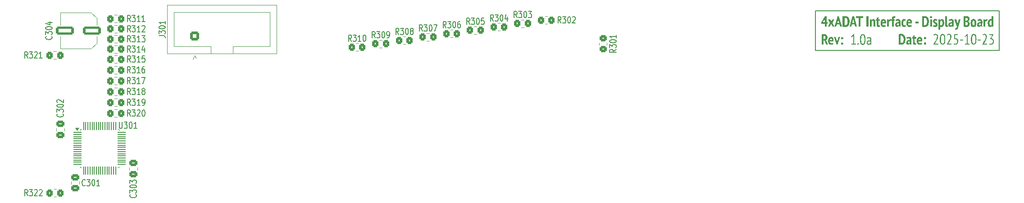
<source format=gto>
G04 #@! TF.GenerationSoftware,KiCad,Pcbnew,9.0.5*
G04 #@! TF.CreationDate,2025-10-23T19:13:29+02:00*
G04 #@! TF.ProjectId,display-board,64697370-6c61-4792-9d62-6f6172642e6b,1.0a*
G04 #@! TF.SameCoordinates,Original*
G04 #@! TF.FileFunction,Legend,Top*
G04 #@! TF.FilePolarity,Positive*
%FSLAX46Y46*%
G04 Gerber Fmt 4.6, Leading zero omitted, Abs format (unit mm)*
G04 Created by KiCad (PCBNEW 9.0.5) date 2025-10-23 19:13:29*
%MOMM*%
%LPD*%
G01*
G04 APERTURE LIST*
G04 Aperture macros list*
%AMRoundRect*
0 Rectangle with rounded corners*
0 $1 Rounding radius*
0 $2 $3 $4 $5 $6 $7 $8 $9 X,Y pos of 4 corners*
0 Add a 4 corners polygon primitive as box body*
4,1,4,$2,$3,$4,$5,$6,$7,$8,$9,$2,$3,0*
0 Add four circle primitives for the rounded corners*
1,1,$1+$1,$2,$3*
1,1,$1+$1,$4,$5*
1,1,$1+$1,$6,$7*
1,1,$1+$1,$8,$9*
0 Add four rect primitives between the rounded corners*
20,1,$1+$1,$2,$3,$4,$5,0*
20,1,$1+$1,$4,$5,$6,$7,0*
20,1,$1+$1,$6,$7,$8,$9,0*
20,1,$1+$1,$8,$9,$2,$3,0*%
G04 Aperture macros list end*
%ADD10C,0.250000*%
%ADD11C,0.200000*%
%ADD12C,0.400000*%
%ADD13C,0.320000*%
%ADD14C,0.170000*%
%ADD15C,0.100000*%
%ADD16RoundRect,0.250000X-0.350000X-0.450000X0.350000X-0.450000X0.350000X0.450000X-0.350000X0.450000X0*%
%ADD17RoundRect,0.250000X0.350000X0.450000X-0.350000X0.450000X-0.350000X-0.450000X0.350000X-0.450000X0*%
%ADD18R,1.800000X1.800000*%
%ADD19C,1.800000*%
%ADD20R,1.850000X1.850000*%
%ADD21C,1.850000*%
%ADD22RoundRect,0.062500X-0.687500X-0.062500X0.687500X-0.062500X0.687500X0.062500X-0.687500X0.062500X0*%
%ADD23RoundRect,0.062500X-0.062500X-0.687500X0.062500X-0.687500X0.062500X0.687500X-0.062500X0.687500X0*%
%ADD24RoundRect,0.250000X1.412500X0.550000X-1.412500X0.550000X-1.412500X-0.550000X1.412500X-0.550000X0*%
%ADD25RoundRect,0.250000X0.600000X-0.600000X0.600000X0.600000X-0.600000X0.600000X-0.600000X-0.600000X0*%
%ADD26C,1.700000*%
%ADD27RoundRect,0.250000X-0.475000X0.337500X-0.475000X-0.337500X0.475000X-0.337500X0.475000X0.337500X0*%
%ADD28RoundRect,0.250000X-0.450000X0.350000X-0.450000X-0.350000X0.450000X-0.350000X0.450000X0.350000X0*%
%ADD29C,6.400000*%
%ADD30RoundRect,0.250000X0.475000X-0.337500X0.475000X0.337500X-0.475000X0.337500X-0.475000X-0.337500X0*%
G04 APERTURE END LIST*
D10*
G36*
X199175127Y-30376195D02*
G01*
X199163939Y-30531855D01*
X199128965Y-30699573D01*
X199076662Y-30866679D01*
X199011363Y-31032720D01*
X198935635Y-31194338D01*
X198851872Y-31348892D01*
X198762677Y-31495635D01*
X198679803Y-31618781D01*
X198567940Y-31742367D01*
X198567940Y-31750794D01*
X198716195Y-31725637D01*
X199205902Y-31725637D01*
X199205902Y-31905400D01*
X198299272Y-31905400D01*
X198299272Y-31819548D01*
X198422371Y-31656150D01*
X198566474Y-31440605D01*
X198711921Y-31192577D01*
X198779636Y-31060185D01*
X198839293Y-30926352D01*
X198890352Y-30790659D01*
X198930152Y-30658662D01*
X198956703Y-30527037D01*
X198965201Y-30404894D01*
X198957063Y-30311211D01*
X198934574Y-30236470D01*
X198899377Y-30176771D01*
X198850064Y-30130534D01*
X198787585Y-30102243D01*
X198707769Y-30092141D01*
X198627941Y-30099882D01*
X198549744Y-30123282D01*
X198477034Y-30158966D01*
X198416875Y-30201561D01*
X198338473Y-30053306D01*
X198420876Y-29995137D01*
X198523121Y-29949747D01*
X198634500Y-29921814D01*
X198752587Y-29912378D01*
X198854870Y-29921270D01*
X198939295Y-29946213D01*
X199009325Y-29985811D01*
X199067416Y-30040361D01*
X199125674Y-30131135D01*
X199162132Y-30241382D01*
X199175127Y-30376195D01*
G37*
G36*
X200121298Y-29919130D02*
G01*
X200198568Y-29938499D01*
X200266893Y-29969775D01*
X200327653Y-30013667D01*
X200382156Y-30072516D01*
X200430658Y-30148683D01*
X200484401Y-30280905D01*
X200525790Y-30463268D01*
X200548217Y-30665418D01*
X200556565Y-30924520D01*
X200547419Y-31185893D01*
X200522981Y-31387238D01*
X200478757Y-31568153D01*
X200422231Y-31700358D01*
X200372204Y-31776868D01*
X200317674Y-31835719D01*
X200258466Y-31879388D01*
X200192045Y-31910786D01*
X200118432Y-31930019D01*
X200036083Y-31936663D01*
X199946324Y-31929721D01*
X199868172Y-31909873D01*
X199799656Y-31877922D01*
X199738997Y-31833125D01*
X199684524Y-31773342D01*
X199636014Y-31696206D01*
X199582165Y-31563000D01*
X199540881Y-31381743D01*
X199518446Y-31181009D01*
X199510106Y-30924520D01*
X199719911Y-30924520D01*
X199730055Y-31193538D01*
X199756810Y-31394564D01*
X199795382Y-31541111D01*
X199843556Y-31642880D01*
X199899595Y-31707710D01*
X199963639Y-31744481D01*
X200038892Y-31756900D01*
X200112342Y-31745307D01*
X200174615Y-31711192D01*
X200228811Y-31651679D01*
X200275319Y-31559307D01*
X200312243Y-31423720D01*
X200338974Y-31219334D01*
X200349447Y-30924520D01*
X200339887Y-30657339D01*
X200314620Y-30456602D01*
X200278128Y-30309395D01*
X200231840Y-30207397D01*
X200176252Y-30142142D01*
X200111229Y-30104846D01*
X200033275Y-30092141D01*
X199959705Y-30103666D01*
X199897139Y-30137595D01*
X199842512Y-30196737D01*
X199795382Y-30288390D01*
X199757855Y-30423156D01*
X199730611Y-30627744D01*
X199719911Y-30924520D01*
X199510106Y-30924520D01*
X199519215Y-30665443D01*
X199543690Y-30463268D01*
X199587966Y-30281064D01*
X199644440Y-30148683D01*
X199694537Y-30072284D01*
X199749465Y-30013460D01*
X199809426Y-29969775D01*
X199876788Y-29938260D01*
X199950915Y-29919009D01*
X200033275Y-29912378D01*
X200121298Y-29919130D01*
G37*
G36*
X201691806Y-30376195D02*
G01*
X201680618Y-30531855D01*
X201645644Y-30699573D01*
X201593340Y-30866679D01*
X201528041Y-31032720D01*
X201452313Y-31194338D01*
X201368550Y-31348892D01*
X201279355Y-31495635D01*
X201196481Y-31618781D01*
X201084618Y-31742367D01*
X201084618Y-31750794D01*
X201232873Y-31725637D01*
X201722580Y-31725637D01*
X201722580Y-31905400D01*
X200815951Y-31905400D01*
X200815951Y-31819548D01*
X200939049Y-31656150D01*
X201083152Y-31440605D01*
X201228599Y-31192577D01*
X201296315Y-31060185D01*
X201355972Y-30926352D01*
X201407030Y-30790659D01*
X201446830Y-30658662D01*
X201473382Y-30527037D01*
X201481879Y-30404894D01*
X201473742Y-30311211D01*
X201451252Y-30236470D01*
X201416055Y-30176771D01*
X201366742Y-30130534D01*
X201304263Y-30102243D01*
X201224447Y-30092141D01*
X201144619Y-30099882D01*
X201066422Y-30123282D01*
X200993713Y-30158966D01*
X200933554Y-30201561D01*
X200855152Y-30053306D01*
X200937554Y-29995137D01*
X201039799Y-29949747D01*
X201151179Y-29921814D01*
X201269266Y-29912378D01*
X201371548Y-29921270D01*
X201455973Y-29946213D01*
X201526003Y-29985811D01*
X201584095Y-30040361D01*
X201642352Y-30131135D01*
X201678810Y-30241382D01*
X201691806Y-30376195D01*
G37*
G36*
X202919370Y-29943641D02*
G01*
X202919370Y-30139035D01*
X202387654Y-30139035D01*
X202387654Y-30710075D01*
X202482786Y-30701771D01*
X202592261Y-30713159D01*
X202685623Y-30742896D01*
X202765950Y-30790124D01*
X202835351Y-30855766D01*
X202888830Y-30933976D01*
X202929468Y-31029859D01*
X202956232Y-31147000D01*
X202966875Y-31289785D01*
X202953326Y-31441073D01*
X202920714Y-31567001D01*
X202868318Y-31679649D01*
X202801767Y-31770089D01*
X202719615Y-31842697D01*
X202625424Y-31894653D01*
X202521927Y-31926029D01*
X202410002Y-31936663D01*
X202281448Y-31930136D01*
X202179495Y-31912404D01*
X202099447Y-31885738D01*
X202149761Y-31712081D01*
X202202284Y-31733205D01*
X202261746Y-31747130D01*
X202404384Y-31756900D01*
X202505271Y-31743493D01*
X202590216Y-31704728D01*
X202663159Y-31639419D01*
X202716369Y-31555554D01*
X202751318Y-31447702D01*
X202765375Y-31309325D01*
X202750877Y-31167179D01*
X202715632Y-31062539D01*
X202663159Y-30986436D01*
X202590775Y-30929488D01*
X202500677Y-30894162D01*
X202387654Y-30881533D01*
X202203006Y-30895577D01*
X202203006Y-29943641D01*
X202919370Y-29943641D01*
G37*
G36*
X203310281Y-31006586D02*
G01*
X203861537Y-31006586D01*
X203861537Y-31201980D01*
X203310281Y-31201980D01*
X203310281Y-31006586D01*
G37*
G36*
X204256600Y-31725637D02*
G01*
X204572772Y-31725637D01*
X204572772Y-30355434D01*
X204597929Y-30189471D01*
X204502797Y-30323805D01*
X204267713Y-30514192D01*
X204161467Y-30388285D01*
X204670714Y-29912378D01*
X204774150Y-29912378D01*
X204774150Y-31725637D01*
X205079210Y-31725637D01*
X205079210Y-31905400D01*
X204256600Y-31905400D01*
X204256600Y-31725637D01*
G37*
G36*
X205969448Y-29919130D02*
G01*
X206046719Y-29938499D01*
X206115044Y-29969775D01*
X206175804Y-30013667D01*
X206230307Y-30072516D01*
X206278808Y-30148683D01*
X206332552Y-30280905D01*
X206373941Y-30463268D01*
X206396367Y-30665418D01*
X206404716Y-30924520D01*
X206395570Y-31185893D01*
X206371132Y-31387238D01*
X206326908Y-31568153D01*
X206270382Y-31700358D01*
X206220355Y-31776868D01*
X206165825Y-31835719D01*
X206106617Y-31879388D01*
X206040196Y-31910786D01*
X205966583Y-31930019D01*
X205884234Y-31936663D01*
X205794474Y-31929721D01*
X205716323Y-31909873D01*
X205647807Y-31877922D01*
X205587148Y-31833125D01*
X205532675Y-31773342D01*
X205484164Y-31696206D01*
X205430316Y-31563000D01*
X205389032Y-31381743D01*
X205366597Y-31181009D01*
X205358257Y-30924520D01*
X205568062Y-30924520D01*
X205578206Y-31193538D01*
X205604960Y-31394564D01*
X205643533Y-31541111D01*
X205691707Y-31642880D01*
X205747746Y-31707710D01*
X205811790Y-31744481D01*
X205887043Y-31756900D01*
X205960493Y-31745307D01*
X206022766Y-31711192D01*
X206076961Y-31651679D01*
X206123470Y-31559307D01*
X206160394Y-31423720D01*
X206187124Y-31219334D01*
X206197598Y-30924520D01*
X206188038Y-30657339D01*
X206162771Y-30456602D01*
X206126279Y-30309395D01*
X206079991Y-30207397D01*
X206024403Y-30142142D01*
X205959379Y-30104846D01*
X205881425Y-30092141D01*
X205807855Y-30103666D01*
X205745290Y-30137595D01*
X205690663Y-30196737D01*
X205643533Y-30288390D01*
X205606006Y-30423156D01*
X205578762Y-30627744D01*
X205568062Y-30924520D01*
X205358257Y-30924520D01*
X205367365Y-30665443D01*
X205391841Y-30463268D01*
X205436116Y-30281064D01*
X205492591Y-30148683D01*
X205542687Y-30072284D01*
X205597616Y-30013460D01*
X205657577Y-29969775D01*
X205724939Y-29938260D01*
X205799065Y-29919009D01*
X205881425Y-29912378D01*
X205969448Y-29919130D01*
G37*
G36*
X206641753Y-31006586D02*
G01*
X207193009Y-31006586D01*
X207193009Y-31201980D01*
X206641753Y-31201980D01*
X206641753Y-31006586D01*
G37*
G36*
X208354751Y-30376195D02*
G01*
X208343562Y-30531855D01*
X208308589Y-30699573D01*
X208256285Y-30866679D01*
X208190986Y-31032720D01*
X208115258Y-31194338D01*
X208031495Y-31348892D01*
X207942300Y-31495635D01*
X207859426Y-31618781D01*
X207747563Y-31742367D01*
X207747563Y-31750794D01*
X207895818Y-31725637D01*
X208385525Y-31725637D01*
X208385525Y-31905400D01*
X207478896Y-31905400D01*
X207478896Y-31819548D01*
X207601994Y-31656150D01*
X207746097Y-31440605D01*
X207891544Y-31192577D01*
X207959259Y-31060185D01*
X208018917Y-30926352D01*
X208069975Y-30790659D01*
X208109775Y-30658662D01*
X208136326Y-30527037D01*
X208144824Y-30404894D01*
X208136687Y-30311211D01*
X208114197Y-30236470D01*
X208079000Y-30176771D01*
X208029687Y-30130534D01*
X207967208Y-30102243D01*
X207887392Y-30092141D01*
X207807564Y-30099882D01*
X207729367Y-30123282D01*
X207656658Y-30158966D01*
X207596499Y-30201561D01*
X207518097Y-30053306D01*
X207600499Y-29995137D01*
X207702744Y-29949747D01*
X207814124Y-29921814D01*
X207932210Y-29912378D01*
X208034493Y-29921270D01*
X208118918Y-29946213D01*
X208188948Y-29985811D01*
X208247039Y-30040361D01*
X208305297Y-30131135D01*
X208341755Y-30241382D01*
X208354751Y-30376195D01*
G37*
G36*
X208843603Y-31690344D02*
G01*
X208899577Y-31718180D01*
X208965236Y-31739559D01*
X209036667Y-31752294D01*
X209123383Y-31756900D01*
X209196432Y-31748972D01*
X209261868Y-31725759D01*
X209320415Y-31688350D01*
X209371045Y-31637831D01*
X209411456Y-31576674D01*
X209442364Y-31503009D01*
X209461022Y-31422484D01*
X209467521Y-31331307D01*
X209455571Y-31194048D01*
X209423956Y-31095100D01*
X209376540Y-31024904D01*
X209310240Y-30972558D01*
X209227474Y-30940059D01*
X209123383Y-30928428D01*
X208955466Y-30928428D01*
X208955466Y-30847339D01*
X209280065Y-30221223D01*
X209389241Y-30103742D01*
X209235368Y-30123404D01*
X208795975Y-30123404D01*
X208795975Y-29943641D01*
X209607472Y-29943641D01*
X209607472Y-30024852D01*
X209249290Y-30694321D01*
X209165393Y-30775410D01*
X209165393Y-30781028D01*
X209246481Y-30764297D01*
X209331207Y-30773080D01*
X209411589Y-30799346D01*
X209484127Y-30842479D01*
X209545923Y-30902783D01*
X209595233Y-30977408D01*
X209635438Y-31072043D01*
X209660109Y-31177638D01*
X209669021Y-31307127D01*
X209657666Y-31452985D01*
X209625668Y-31575794D01*
X209573574Y-31685539D01*
X209508065Y-31773020D01*
X209427544Y-31843404D01*
X209334653Y-31894775D01*
X209232686Y-31926093D01*
X209123383Y-31936663D01*
X209027058Y-31932340D01*
X208938735Y-31919810D01*
X208855531Y-31898908D01*
X208787671Y-31872305D01*
X208843603Y-31690344D01*
G37*
D11*
X176156400Y-25560400D02*
X210656400Y-25560400D01*
X210656400Y-33060400D01*
X176156400Y-33060400D01*
X176156400Y-25560400D01*
D12*
G36*
X192403607Y-29929013D02*
G01*
X192531384Y-29953535D01*
X192637270Y-29991513D01*
X192735142Y-30046373D01*
X192817599Y-30113312D01*
X192886275Y-30192891D01*
X192941574Y-30283095D01*
X192986060Y-30386448D01*
X193019266Y-30504789D01*
X193048189Y-30692139D01*
X193058466Y-30910232D01*
X193048832Y-31111612D01*
X193020609Y-31300410D01*
X192988347Y-31421616D01*
X192943958Y-31530228D01*
X192887741Y-31627695D01*
X192817586Y-31714687D01*
X192732337Y-31789516D01*
X192630309Y-31852765D01*
X192518982Y-31897525D01*
X192384381Y-31926316D01*
X192221813Y-31936663D01*
X192123871Y-31933854D01*
X191995155Y-31926771D01*
X191866439Y-31918466D01*
X191771307Y-31908697D01*
X191771307Y-30256760D01*
X192123871Y-30256760D01*
X192123871Y-31597287D01*
X192153180Y-31601439D01*
X192197999Y-31604248D01*
X192242818Y-31607057D01*
X192272127Y-31608400D01*
X192354261Y-31601344D01*
X192422361Y-31581522D01*
X192479122Y-31550026D01*
X192550987Y-31482625D01*
X192606495Y-31394321D01*
X192644971Y-31292003D01*
X192670853Y-31170351D01*
X192684403Y-31042099D01*
X192689049Y-30904737D01*
X192685146Y-30778052D01*
X192673662Y-30657319D01*
X192650589Y-30542503D01*
X192614921Y-30447270D01*
X192562177Y-30365593D01*
X192491823Y-30302678D01*
X192436196Y-30273582D01*
X192368579Y-30255086D01*
X192286171Y-30248456D01*
X192195190Y-30249921D01*
X192123871Y-30256760D01*
X191771307Y-30256760D01*
X191771307Y-29948159D01*
X191884635Y-29935581D01*
X192013351Y-29927277D01*
X192140602Y-29921659D01*
X192249778Y-29920194D01*
X192403607Y-29929013D01*
G37*
G36*
X193880455Y-30484449D02*
G01*
X193971846Y-30509634D01*
X194040816Y-30547836D01*
X194091980Y-30598334D01*
X194141440Y-30685385D01*
X194173820Y-30799477D01*
X194185769Y-30948090D01*
X194178808Y-31207109D01*
X194169039Y-31456115D01*
X194173191Y-31691321D01*
X194186278Y-31802482D01*
X194210926Y-31905400D01*
X193939573Y-31905400D01*
X193886450Y-31740413D01*
X193875215Y-31740413D01*
X193821658Y-31814614D01*
X193749307Y-31875480D01*
X193692928Y-31904239D01*
X193625679Y-31922389D01*
X193545120Y-31928847D01*
X193440172Y-31915781D01*
X193354973Y-31878707D01*
X193284880Y-31817594D01*
X193233583Y-31738340D01*
X193201311Y-31640797D01*
X193189747Y-31520106D01*
X193195434Y-31463808D01*
X193533885Y-31463808D01*
X193543620Y-31543556D01*
X193568812Y-31595089D01*
X193609961Y-31628276D01*
X193665410Y-31639663D01*
X193735617Y-31629722D01*
X193788386Y-31602050D01*
X193830551Y-31561558D01*
X193858362Y-31519618D01*
X193858362Y-31287954D01*
X193735263Y-31285267D01*
X193678772Y-31294573D01*
X193631704Y-31310302D01*
X193591285Y-31334584D01*
X193560386Y-31367577D01*
X193540928Y-31408954D01*
X193533885Y-31463808D01*
X193195434Y-31463808D01*
X193202258Y-31396253D01*
X193236948Y-31298298D01*
X193291960Y-31220535D01*
X193368777Y-31159482D01*
X193459032Y-31116318D01*
X193567387Y-31085669D01*
X193697324Y-31069108D01*
X193852866Y-31069112D01*
X193856432Y-30960855D01*
X193848127Y-30886143D01*
X193831861Y-30836349D01*
X193801938Y-30798109D01*
X193754449Y-30773637D01*
X193682141Y-30764297D01*
X193597782Y-30769252D01*
X193508606Y-30784569D01*
X193422533Y-30809702D01*
X193349115Y-30842455D01*
X193265218Y-30589053D01*
X193355833Y-30544270D01*
X193475023Y-30506499D01*
X193605514Y-30483385D01*
X193760420Y-30475113D01*
X193880455Y-30484449D01*
G37*
G36*
X194308135Y-30506376D02*
G01*
X194462008Y-30506376D01*
X194462008Y-30242838D01*
X194794911Y-30139035D01*
X194794911Y-30506376D01*
X195066387Y-30506376D01*
X195066387Y-30803376D01*
X194794911Y-30803376D01*
X194794911Y-31411540D01*
X194802132Y-31522468D01*
X194818725Y-31581656D01*
X194851358Y-31618935D01*
X194904088Y-31631848D01*
X194979559Y-31624032D01*
X195052343Y-31600584D01*
X195094353Y-31864489D01*
X195029738Y-31891909D01*
X194951593Y-31915780D01*
X194869088Y-31931357D01*
X194780989Y-31936663D01*
X194678706Y-31925283D01*
X194600920Y-31894064D01*
X194541753Y-31844583D01*
X194501030Y-31777851D01*
X194472899Y-31678481D01*
X194462008Y-31534761D01*
X194462008Y-30803376D01*
X194308135Y-30803376D01*
X194308135Y-30506376D01*
G37*
G36*
X195835138Y-30473950D02*
G01*
X195920260Y-30493798D01*
X195999417Y-30529197D01*
X196069981Y-30583069D01*
X196128066Y-30654093D01*
X196176349Y-30750497D01*
X196205805Y-30862628D01*
X196216893Y-31014035D01*
X196209810Y-31145194D01*
X196188927Y-31295769D01*
X195509077Y-31295769D01*
X195521046Y-31410325D01*
X195546137Y-31497319D01*
X195581861Y-31562605D01*
X195633290Y-31612529D01*
X195703036Y-31643831D01*
X195797284Y-31655295D01*
X195884195Y-31648152D01*
X195960926Y-31627573D01*
X196029782Y-31597352D01*
X196074255Y-31569321D01*
X196177692Y-31803428D01*
X196098861Y-31857841D01*
X195987427Y-31905033D01*
X195864909Y-31934526D01*
X195735612Y-31944478D01*
X195596773Y-31931147D01*
X195485263Y-31894042D01*
X195389809Y-31832413D01*
X195313194Y-31748351D01*
X195255889Y-31645451D01*
X195213787Y-31517053D01*
X195190166Y-31376066D01*
X195181670Y-31207231D01*
X195189324Y-31076928D01*
X195520190Y-31076928D01*
X195906338Y-31076928D01*
X195905743Y-30971788D01*
X195893540Y-30894230D01*
X195872755Y-30838058D01*
X195838837Y-30792146D01*
X195795983Y-30765677D01*
X195741230Y-30756481D01*
X195674955Y-30766254D01*
X195622976Y-30794007D01*
X195581739Y-30840745D01*
X195553144Y-30899367D01*
X195532000Y-30976573D01*
X195520190Y-31076928D01*
X195189324Y-31076928D01*
X195193043Y-31013621D01*
X195223981Y-30860706D01*
X195270763Y-30740975D01*
X195331268Y-30648159D01*
X195412311Y-30569852D01*
X195506619Y-30514010D01*
X195616833Y-30479448D01*
X195746848Y-30467298D01*
X195835138Y-30473950D01*
G37*
G36*
X196524883Y-30708243D02*
G01*
X196531684Y-30641426D01*
X196550261Y-30590476D01*
X196579349Y-30551684D01*
X196641182Y-30512408D01*
X196723575Y-30498561D01*
X196786679Y-30505092D01*
X196835947Y-30523128D01*
X196874517Y-30551684D01*
X196902901Y-30590376D01*
X196921091Y-30641321D01*
X196927762Y-30708243D01*
X196921079Y-30773188D01*
X196902564Y-30824347D01*
X196873173Y-30864803D01*
X196833632Y-30895097D01*
X196784675Y-30913898D01*
X196723575Y-30920612D01*
X196664396Y-30913939D01*
X196616742Y-30895184D01*
X196578006Y-30864803D01*
X196549463Y-30824461D01*
X196531412Y-30773305D01*
X196524883Y-30708243D01*
G37*
G36*
X196524883Y-31724293D02*
G01*
X196531684Y-31657476D01*
X196550261Y-31606526D01*
X196579349Y-31567734D01*
X196641182Y-31528458D01*
X196723575Y-31514611D01*
X196786679Y-31521142D01*
X196835947Y-31539178D01*
X196874517Y-31567734D01*
X196902901Y-31606427D01*
X196921091Y-31657371D01*
X196927762Y-31724293D01*
X196921079Y-31789238D01*
X196902564Y-31840397D01*
X196873173Y-31880853D01*
X196833632Y-31911147D01*
X196784675Y-31929949D01*
X196723575Y-31936663D01*
X196664396Y-31929989D01*
X196616742Y-31911234D01*
X196578006Y-31880853D01*
X196549463Y-31840511D01*
X196531412Y-31789355D01*
X196524883Y-31724293D01*
G37*
D13*
G36*
X178211284Y-27731928D02*
G01*
X178457481Y-27731928D01*
X178457481Y-28021111D01*
X178211284Y-28021111D01*
X178211284Y-28560400D01*
X177895112Y-28560400D01*
X177895112Y-28021111D01*
X177204027Y-28021111D01*
X177204027Y-27810330D01*
X177236949Y-27754276D01*
X177497729Y-27754276D01*
X177640489Y-27731928D01*
X177895112Y-27731928D01*
X177895112Y-27298519D01*
X177925887Y-27046949D01*
X177914651Y-27046949D01*
X177830754Y-27273362D01*
X177609714Y-27648030D01*
X177497729Y-27754276D01*
X177236949Y-27754276D01*
X177920269Y-26590825D01*
X178211284Y-26590825D01*
X178211284Y-27731928D01*
G37*
G36*
X178866954Y-27844157D02*
G01*
X178534051Y-27161376D01*
X178925695Y-27161376D01*
X179068455Y-27491593D01*
X179121577Y-27670623D01*
X179180318Y-27491593D01*
X179325887Y-27161376D01*
X179686878Y-27161376D01*
X179351044Y-27832922D01*
X179709226Y-28560400D01*
X179331504Y-28560400D01*
X179160778Y-28196722D01*
X179099229Y-27998030D01*
X179034871Y-28196722D01*
X178864145Y-28560400D01*
X178506085Y-28560400D01*
X178866954Y-27844157D01*
G37*
G36*
X181131330Y-28560400D02*
G01*
X180761912Y-28560400D01*
X180641623Y-28114901D01*
X180180004Y-28114901D01*
X180065210Y-28560400D01*
X179715454Y-28560400D01*
X179927322Y-27825717D01*
X180255475Y-27825717D01*
X180580074Y-27825717D01*
X180468088Y-27372402D01*
X180423392Y-27066488D01*
X180412157Y-27066488D01*
X180364651Y-27375211D01*
X180255475Y-27825717D01*
X179927322Y-27825717D01*
X180283441Y-26590825D01*
X180560534Y-26590825D01*
X181131330Y-28560400D01*
G37*
G36*
X181883064Y-26584013D02*
G01*
X182010842Y-26608535D01*
X182116727Y-26646513D01*
X182214599Y-26701373D01*
X182297056Y-26768312D01*
X182365733Y-26847891D01*
X182421032Y-26938095D01*
X182465518Y-27041448D01*
X182498723Y-27159789D01*
X182527647Y-27347139D01*
X182537924Y-27565232D01*
X182528290Y-27766612D01*
X182500067Y-27955410D01*
X182467805Y-28076616D01*
X182423416Y-28185228D01*
X182367199Y-28282695D01*
X182297044Y-28369687D01*
X182211795Y-28444516D01*
X182109767Y-28507765D01*
X181998440Y-28552525D01*
X181863839Y-28581316D01*
X181701270Y-28591663D01*
X181603329Y-28588854D01*
X181474613Y-28581771D01*
X181345897Y-28573466D01*
X181250764Y-28563697D01*
X181250764Y-26911760D01*
X181603329Y-26911760D01*
X181603329Y-28252287D01*
X181632638Y-28256439D01*
X181677457Y-28259248D01*
X181722275Y-28262057D01*
X181751584Y-28263400D01*
X181833719Y-28256344D01*
X181901819Y-28236522D01*
X181958580Y-28205026D01*
X182030445Y-28137625D01*
X182085953Y-28049321D01*
X182124429Y-27947003D01*
X182150311Y-27825351D01*
X182163861Y-27697099D01*
X182168507Y-27559737D01*
X182164604Y-27433052D01*
X182153120Y-27312319D01*
X182130047Y-27197503D01*
X182094379Y-27102270D01*
X182041635Y-27020593D01*
X181971281Y-26957678D01*
X181915654Y-26928582D01*
X181848037Y-26910086D01*
X181765628Y-26903456D01*
X181674648Y-26904921D01*
X181603329Y-26911760D01*
X181250764Y-26911760D01*
X181250764Y-26603159D01*
X181364093Y-26590581D01*
X181492809Y-26582277D01*
X181620060Y-26576659D01*
X181729236Y-26575194D01*
X181883064Y-26584013D01*
G37*
G36*
X183956731Y-28560400D02*
G01*
X183587314Y-28560400D01*
X183467024Y-28114901D01*
X183005405Y-28114901D01*
X182890611Y-28560400D01*
X182540855Y-28560400D01*
X182752723Y-27825717D01*
X183080876Y-27825717D01*
X183405475Y-27825717D01*
X183293490Y-27372402D01*
X183248793Y-27066488D01*
X183237558Y-27066488D01*
X183190053Y-27375211D01*
X183080876Y-27825717D01*
X182752723Y-27825717D01*
X183108842Y-26590825D01*
X183385935Y-26590825D01*
X183956731Y-28560400D01*
G37*
G36*
X185070478Y-26926903D02*
G01*
X184606051Y-26926903D01*
X184606051Y-28560400D01*
X184253486Y-28560400D01*
X184253486Y-26926903D01*
X183788936Y-26926903D01*
X183788936Y-26598641D01*
X185070478Y-26598641D01*
X185070478Y-26926903D01*
G37*
G36*
X185728713Y-26598641D02*
G01*
X186081277Y-26598641D01*
X186081277Y-28560400D01*
X185728713Y-28560400D01*
X185728713Y-26598641D01*
G37*
G36*
X187052509Y-28560400D02*
G01*
X187052509Y-27711411D01*
X187041461Y-27570109D01*
X187016117Y-27496356D01*
X186987147Y-27462915D01*
X186947364Y-27442396D01*
X186893018Y-27434928D01*
X186824858Y-27446228D01*
X186767111Y-27479625D01*
X186721765Y-27529786D01*
X186691640Y-27591366D01*
X186691640Y-28560400D01*
X186358615Y-28560400D01*
X186358615Y-27161376D01*
X186624473Y-27161376D01*
X186663674Y-27325630D01*
X186672101Y-27325630D01*
X186730789Y-27251318D01*
X186809121Y-27187388D01*
X186869598Y-27156793D01*
X186944058Y-27137185D01*
X187035778Y-27130113D01*
X187116778Y-27136684D01*
X187185377Y-27155270D01*
X187245710Y-27188302D01*
X187295897Y-27237702D01*
X187333750Y-27301701D01*
X187363064Y-27391331D01*
X187379361Y-27493488D01*
X187385534Y-27630201D01*
X187385534Y-28560400D01*
X187052509Y-28560400D01*
G37*
G36*
X187505946Y-27161376D02*
G01*
X187659819Y-27161376D01*
X187659819Y-26897838D01*
X187992722Y-26794035D01*
X187992722Y-27161376D01*
X188264198Y-27161376D01*
X188264198Y-27458376D01*
X187992722Y-27458376D01*
X187992722Y-28066540D01*
X187999942Y-28177468D01*
X188016536Y-28236656D01*
X188049169Y-28273935D01*
X188101898Y-28286848D01*
X188177369Y-28279032D01*
X188250154Y-28255584D01*
X188292164Y-28519489D01*
X188227549Y-28546909D01*
X188149404Y-28570780D01*
X188066899Y-28586357D01*
X187978800Y-28591663D01*
X187876517Y-28580283D01*
X187798731Y-28549064D01*
X187739564Y-28499583D01*
X187698841Y-28432851D01*
X187670710Y-28333481D01*
X187659819Y-28189761D01*
X187659819Y-27458376D01*
X187505946Y-27458376D01*
X187505946Y-27161376D01*
G37*
G36*
X189032949Y-27128950D02*
G01*
X189118071Y-27148798D01*
X189197228Y-27184197D01*
X189267792Y-27238069D01*
X189325877Y-27309093D01*
X189374159Y-27405497D01*
X189403615Y-27517628D01*
X189414704Y-27669035D01*
X189407621Y-27800194D01*
X189386738Y-27950769D01*
X188706888Y-27950769D01*
X188718857Y-28065325D01*
X188743948Y-28152319D01*
X188779672Y-28217605D01*
X188831101Y-28267529D01*
X188900847Y-28298831D01*
X188995095Y-28310295D01*
X189082006Y-28303152D01*
X189158737Y-28282573D01*
X189227593Y-28252352D01*
X189272066Y-28224321D01*
X189375503Y-28458428D01*
X189296672Y-28512841D01*
X189185238Y-28560033D01*
X189062720Y-28589526D01*
X188933423Y-28599478D01*
X188794584Y-28586147D01*
X188683074Y-28549042D01*
X188587620Y-28487413D01*
X188511005Y-28403351D01*
X188453700Y-28300451D01*
X188411598Y-28172053D01*
X188387976Y-28031066D01*
X188379480Y-27862231D01*
X188387135Y-27731928D01*
X188718001Y-27731928D01*
X189104149Y-27731928D01*
X189103554Y-27626788D01*
X189091351Y-27549230D01*
X189070566Y-27493058D01*
X189036647Y-27447146D01*
X188993794Y-27420677D01*
X188939041Y-27411481D01*
X188872766Y-27421254D01*
X188820787Y-27449007D01*
X188779550Y-27495745D01*
X188750955Y-27554367D01*
X188729811Y-27631573D01*
X188718001Y-27731928D01*
X188387135Y-27731928D01*
X188390854Y-27668621D01*
X188421792Y-27515706D01*
X188468574Y-27395975D01*
X188529079Y-27303159D01*
X188610122Y-27224852D01*
X188704430Y-27169010D01*
X188814643Y-27134448D01*
X188944658Y-27122298D01*
X189032949Y-27128950D01*
G37*
G36*
X190287872Y-27483655D02*
G01*
X190221543Y-27464297D01*
X190164774Y-27458376D01*
X190093792Y-27469179D01*
X190034714Y-27500630D01*
X189989505Y-27550392D01*
X189960587Y-27619088D01*
X189960587Y-28560400D01*
X189627561Y-28560400D01*
X189627561Y-27161376D01*
X189882185Y-27161376D01*
X189921386Y-27326485D01*
X189932621Y-27326485D01*
X189977908Y-27242770D01*
X190037401Y-27182015D01*
X190110861Y-27143218D01*
X190195548Y-27130113D01*
X190261679Y-27136944D01*
X190327073Y-27157713D01*
X190287872Y-27483655D01*
G37*
G36*
X190348322Y-27161376D02*
G01*
X190499508Y-27161376D01*
X190499508Y-27083463D01*
X190507232Y-26947479D01*
X190528035Y-26842248D01*
X190559110Y-26761820D01*
X190598793Y-26701223D01*
X190672484Y-26636825D01*
X190765211Y-26597179D01*
X190882848Y-26583009D01*
X191005479Y-26589333D01*
X191106965Y-26606855D01*
X191190593Y-26633812D01*
X191129044Y-26919088D01*
X191039407Y-26892587D01*
X190958319Y-26887824D01*
X190908556Y-26895504D01*
X190875582Y-26916121D01*
X190854760Y-26949984D01*
X190839232Y-27023067D01*
X190832411Y-27161376D01*
X191070304Y-27161376D01*
X191070304Y-27458376D01*
X190832411Y-27458376D01*
X190832411Y-28560400D01*
X190499508Y-28560400D01*
X190499508Y-27458376D01*
X190348322Y-27458376D01*
X190348322Y-27161376D01*
G37*
G36*
X191810716Y-27139449D02*
G01*
X191902106Y-27164634D01*
X191971076Y-27202836D01*
X192022240Y-27253334D01*
X192071700Y-27340385D01*
X192104080Y-27454477D01*
X192116030Y-27603090D01*
X192109069Y-27862109D01*
X192099299Y-28111115D01*
X192103451Y-28346321D01*
X192116538Y-28457482D01*
X192141187Y-28560400D01*
X191869833Y-28560400D01*
X191816710Y-28395413D01*
X191805475Y-28395413D01*
X191751918Y-28469614D01*
X191679568Y-28530480D01*
X191623188Y-28559239D01*
X191555939Y-28577389D01*
X191475381Y-28583847D01*
X191370433Y-28570781D01*
X191285233Y-28533707D01*
X191215140Y-28472594D01*
X191163843Y-28393340D01*
X191131571Y-28295797D01*
X191120007Y-28175106D01*
X191125694Y-28118808D01*
X191464145Y-28118808D01*
X191473880Y-28198556D01*
X191499072Y-28250089D01*
X191540221Y-28283276D01*
X191595670Y-28294663D01*
X191665877Y-28284722D01*
X191718647Y-28257050D01*
X191760812Y-28216558D01*
X191788622Y-28174618D01*
X191788622Y-27942954D01*
X191665524Y-27940267D01*
X191609032Y-27949573D01*
X191561965Y-27965302D01*
X191521545Y-27989584D01*
X191490646Y-28022577D01*
X191471188Y-28063954D01*
X191464145Y-28118808D01*
X191125694Y-28118808D01*
X191132518Y-28051253D01*
X191167208Y-27953298D01*
X191222220Y-27875535D01*
X191299037Y-27814482D01*
X191389292Y-27771318D01*
X191497647Y-27740669D01*
X191627584Y-27724108D01*
X191783127Y-27724112D01*
X191786692Y-27615855D01*
X191778387Y-27541143D01*
X191762122Y-27491349D01*
X191732198Y-27453109D01*
X191684709Y-27428637D01*
X191612401Y-27419297D01*
X191528042Y-27424252D01*
X191438866Y-27439569D01*
X191352793Y-27464702D01*
X191279376Y-27497455D01*
X191195478Y-27244053D01*
X191286093Y-27199270D01*
X191405283Y-27161499D01*
X191535774Y-27138385D01*
X191690681Y-27130113D01*
X191810716Y-27139449D01*
G37*
G36*
X193172868Y-28488104D02*
G01*
X193097247Y-28536158D01*
X193004951Y-28571635D01*
X192906568Y-28592584D01*
X192809191Y-28599478D01*
X192715139Y-28593153D01*
X192636189Y-28575418D01*
X192569833Y-28547577D01*
X192482534Y-28484768D01*
X192411808Y-28398711D01*
X192360045Y-28294717D01*
X192323636Y-28165581D01*
X192304103Y-28025205D01*
X192297136Y-27860888D01*
X192307119Y-27672010D01*
X192334362Y-27521086D01*
X192375580Y-27401525D01*
X192428660Y-27307678D01*
X192501471Y-27227128D01*
X192588020Y-27170068D01*
X192691021Y-27134765D01*
X192814808Y-27122298D01*
X192934847Y-27128488D01*
X193020461Y-27144524D01*
X193097181Y-27170005D01*
X193161755Y-27199845D01*
X193083353Y-27474007D01*
X192986878Y-27438836D01*
X192876358Y-27427113D01*
X192803874Y-27438757D01*
X192746346Y-27472264D01*
X192700014Y-27529939D01*
X192670436Y-27601623D01*
X192649448Y-27708127D01*
X192641274Y-27860888D01*
X192648812Y-27987711D01*
X192669558Y-28090535D01*
X192701358Y-28173519D01*
X192750395Y-28241753D01*
X192812832Y-28281015D01*
X192893088Y-28294663D01*
X192960089Y-28289918D01*
X193011912Y-28277078D01*
X193102893Y-28232137D01*
X193172868Y-28488104D01*
G37*
G36*
X193892405Y-27128950D02*
G01*
X193977527Y-27148798D01*
X194056684Y-27184197D01*
X194127247Y-27238069D01*
X194185333Y-27309093D01*
X194233615Y-27405497D01*
X194263071Y-27517628D01*
X194274159Y-27669035D01*
X194267076Y-27800194D01*
X194246194Y-27950769D01*
X193566344Y-27950769D01*
X193578313Y-28065325D01*
X193603404Y-28152319D01*
X193639128Y-28217605D01*
X193690557Y-28267529D01*
X193760303Y-28298831D01*
X193854550Y-28310295D01*
X193941461Y-28303152D01*
X194018193Y-28282573D01*
X194087048Y-28252352D01*
X194131522Y-28224321D01*
X194234958Y-28458428D01*
X194156128Y-28512841D01*
X194044693Y-28560033D01*
X193922175Y-28589526D01*
X193792879Y-28599478D01*
X193654040Y-28586147D01*
X193542530Y-28549042D01*
X193447076Y-28487413D01*
X193370461Y-28403351D01*
X193313156Y-28300451D01*
X193271054Y-28172053D01*
X193247432Y-28031066D01*
X193238936Y-27862231D01*
X193246590Y-27731928D01*
X193577457Y-27731928D01*
X193963605Y-27731928D01*
X193963010Y-27626788D01*
X193950807Y-27549230D01*
X193930021Y-27493058D01*
X193896103Y-27447146D01*
X193853250Y-27420677D01*
X193798496Y-27411481D01*
X193732222Y-27421254D01*
X193680242Y-27449007D01*
X193639006Y-27495745D01*
X193610411Y-27554367D01*
X193589267Y-27631573D01*
X193577457Y-27731928D01*
X193246590Y-27731928D01*
X193250309Y-27668621D01*
X193281248Y-27515706D01*
X193328030Y-27395975D01*
X193388535Y-27303159D01*
X193469577Y-27224852D01*
X193563886Y-27169010D01*
X193674099Y-27134448D01*
X193804114Y-27122298D01*
X193892405Y-27128950D01*
G37*
G36*
X194953765Y-27591244D02*
G01*
X195535796Y-27591244D01*
X195535796Y-27919506D01*
X194953765Y-27919506D01*
X194953765Y-27591244D01*
G37*
G36*
X196807279Y-26584013D02*
G01*
X196935057Y-26608535D01*
X197040942Y-26646513D01*
X197138814Y-26701373D01*
X197221271Y-26768312D01*
X197289948Y-26847891D01*
X197345247Y-26938095D01*
X197389733Y-27041448D01*
X197422938Y-27159789D01*
X197451862Y-27347139D01*
X197462139Y-27565232D01*
X197452505Y-27766612D01*
X197424282Y-27955410D01*
X197392020Y-28076616D01*
X197347631Y-28185228D01*
X197291413Y-28282695D01*
X197221259Y-28369687D01*
X197136010Y-28444516D01*
X197033981Y-28507765D01*
X196922655Y-28552525D01*
X196788054Y-28581316D01*
X196625485Y-28591663D01*
X196527544Y-28588854D01*
X196398828Y-28581771D01*
X196270112Y-28573466D01*
X196174979Y-28563697D01*
X196174979Y-26911760D01*
X196527544Y-26911760D01*
X196527544Y-28252287D01*
X196556853Y-28256439D01*
X196601672Y-28259248D01*
X196646490Y-28262057D01*
X196675799Y-28263400D01*
X196757934Y-28256344D01*
X196826034Y-28236522D01*
X196882795Y-28205026D01*
X196954660Y-28137625D01*
X197010168Y-28049321D01*
X197048644Y-27947003D01*
X197074526Y-27825351D01*
X197088076Y-27697099D01*
X197092722Y-27559737D01*
X197088819Y-27433052D01*
X197077335Y-27312319D01*
X197054262Y-27197503D01*
X197018594Y-27102270D01*
X196965850Y-27020593D01*
X196895496Y-26957678D01*
X196839869Y-26928582D01*
X196772252Y-26910086D01*
X196689843Y-26903456D01*
X196598863Y-26904921D01*
X196527544Y-26911760D01*
X196174979Y-26911760D01*
X196174979Y-26603159D01*
X196288308Y-26590581D01*
X196417024Y-26582277D01*
X196544275Y-26576659D01*
X196653451Y-26575194D01*
X196807279Y-26584013D01*
G37*
G36*
X197694048Y-27161376D02*
G01*
X198027073Y-27161376D01*
X198027073Y-28560400D01*
X197694048Y-28560400D01*
X197694048Y-27161376D01*
G37*
G36*
X197654969Y-26769489D02*
G01*
X197668600Y-26691488D01*
X197708092Y-26630148D01*
X197746883Y-26600529D01*
X197796238Y-26581915D01*
X197859278Y-26575194D01*
X197922540Y-26581636D01*
X197973917Y-26599706D01*
X198015960Y-26628683D01*
X198048335Y-26667675D01*
X198067871Y-26713877D01*
X198074700Y-26769489D01*
X198067808Y-26825010D01*
X198048235Y-26870201D01*
X198015960Y-26907486D01*
X197949771Y-26944721D01*
X197859278Y-26958166D01*
X197795999Y-26951750D01*
X197746652Y-26934062D01*
X197708092Y-26906143D01*
X197668691Y-26847029D01*
X197654969Y-26769489D01*
G37*
G36*
X198765297Y-28187441D02*
G01*
X198755689Y-28132906D01*
X198727439Y-28088278D01*
X198685753Y-28050159D01*
X198630963Y-28012807D01*
X198506522Y-27941488D01*
X198442961Y-27901080D01*
X198382080Y-27851729D01*
X198328939Y-27793281D01*
X198285482Y-27722647D01*
X198257939Y-27640787D01*
X198247746Y-27531893D01*
X198260817Y-27405180D01*
X198296898Y-27306288D01*
X198353992Y-27228910D01*
X198431467Y-27172077D01*
X198533475Y-27135655D01*
X198667478Y-27122298D01*
X198788376Y-27129136D01*
X198899630Y-27149042D01*
X199002162Y-27180688D01*
X199073165Y-27215110D01*
X198994763Y-27474007D01*
X198866047Y-27431875D01*
X198790513Y-27416488D01*
X198717792Y-27411481D01*
X198653252Y-27419945D01*
X198612894Y-27441746D01*
X198589253Y-27475559D01*
X198580649Y-27525543D01*
X198590156Y-27574072D01*
X198618385Y-27613226D01*
X198714983Y-27681492D01*
X198839425Y-27751345D01*
X198902984Y-27792077D01*
X198963988Y-27842692D01*
X199016988Y-27902710D01*
X199060464Y-27976048D01*
X199088174Y-28060367D01*
X199098322Y-28169733D01*
X199084408Y-28294086D01*
X199044986Y-28396375D01*
X198980719Y-28481509D01*
X198918836Y-28530644D01*
X198842187Y-28567331D01*
X198747591Y-28590947D01*
X198630963Y-28599478D01*
X198517265Y-28592357D01*
X198405771Y-28571024D01*
X198302114Y-28536655D01*
X198228085Y-28497141D01*
X198320409Y-28224321D01*
X198382160Y-28255907D01*
X198456085Y-28284527D01*
X198534454Y-28303799D01*
X198617042Y-28310295D01*
X198677340Y-28302530D01*
X198723287Y-28280986D01*
X198754141Y-28244371D01*
X198765297Y-28187441D01*
G37*
G36*
X200009546Y-27140866D02*
G01*
X200095054Y-27171330D01*
X200166781Y-27220723D01*
X200226968Y-27290825D01*
X200268886Y-27371182D01*
X200302776Y-27481598D01*
X200325962Y-27630044D01*
X200334679Y-27825717D01*
X200324650Y-28017239D01*
X200297066Y-28172978D01*
X200254974Y-28298811D01*
X200200346Y-28399810D01*
X200125316Y-28487485D01*
X200037438Y-28548804D01*
X199934243Y-28586324D01*
X199811511Y-28599478D01*
X199696717Y-28588243D01*
X199607202Y-28551973D01*
X199607202Y-29123135D01*
X199274177Y-29123135D01*
X199274177Y-27591610D01*
X199607202Y-27591610D01*
X199607202Y-28246670D01*
X199670095Y-28288557D01*
X199708009Y-28298627D01*
X199761075Y-28302479D01*
X199829289Y-28290457D01*
X199885121Y-28255096D01*
X199931801Y-28192448D01*
X199960916Y-28115597D01*
X199982132Y-27995701D01*
X199990541Y-27817413D01*
X199984380Y-27684621D01*
X199968401Y-27589456D01*
X199945723Y-27523344D01*
X199908639Y-27469143D01*
X199860429Y-27437983D01*
X199797467Y-27427113D01*
X199734086Y-27437050D01*
X199682844Y-27465770D01*
X199640635Y-27515212D01*
X199607202Y-27591610D01*
X199274177Y-27591610D01*
X199274177Y-27161376D01*
X199523182Y-27161376D01*
X199556766Y-27322821D01*
X199565192Y-27322821D01*
X199635791Y-27233516D01*
X199709296Y-27176275D01*
X199795431Y-27142380D01*
X199906522Y-27130113D01*
X200009546Y-27140866D01*
G37*
G36*
X200863343Y-28106474D02*
G01*
X200869237Y-28197320D01*
X200882882Y-28246670D01*
X200908971Y-28278286D01*
X200947240Y-28288679D01*
X200998898Y-28283062D01*
X201059104Y-28263400D01*
X201089878Y-28530480D01*
X201049726Y-28550022D01*
X200975084Y-28572123D01*
X200893351Y-28586771D01*
X200810098Y-28591663D01*
X200719482Y-28582814D01*
X200651318Y-28558833D01*
X200600293Y-28521687D01*
X200564236Y-28470133D01*
X200539740Y-28393841D01*
X200530318Y-28283794D01*
X200530318Y-26598641D01*
X200863343Y-26598641D01*
X200863343Y-28106474D01*
G37*
G36*
X201822719Y-27139449D02*
G01*
X201914109Y-27164634D01*
X201983079Y-27202836D01*
X202034243Y-27253334D01*
X202083703Y-27340385D01*
X202116083Y-27454477D01*
X202128032Y-27603090D01*
X202121072Y-27862109D01*
X202111302Y-28111115D01*
X202115454Y-28346321D01*
X202128541Y-28457482D01*
X202153189Y-28560400D01*
X201881836Y-28560400D01*
X201828713Y-28395413D01*
X201817478Y-28395413D01*
X201763921Y-28469614D01*
X201691570Y-28530480D01*
X201635191Y-28559239D01*
X201567942Y-28577389D01*
X201487383Y-28583847D01*
X201382435Y-28570781D01*
X201297236Y-28533707D01*
X201227143Y-28472594D01*
X201175846Y-28393340D01*
X201143574Y-28295797D01*
X201132010Y-28175106D01*
X201137697Y-28118808D01*
X201476148Y-28118808D01*
X201485883Y-28198556D01*
X201511075Y-28250089D01*
X201552224Y-28283276D01*
X201607673Y-28294663D01*
X201677880Y-28284722D01*
X201730649Y-28257050D01*
X201772815Y-28216558D01*
X201800625Y-28174618D01*
X201800625Y-27942954D01*
X201677527Y-27940267D01*
X201621035Y-27949573D01*
X201573968Y-27965302D01*
X201533548Y-27989584D01*
X201502649Y-28022577D01*
X201483191Y-28063954D01*
X201476148Y-28118808D01*
X201137697Y-28118808D01*
X201144521Y-28051253D01*
X201179211Y-27953298D01*
X201234223Y-27875535D01*
X201311040Y-27814482D01*
X201401295Y-27771318D01*
X201509650Y-27740669D01*
X201639587Y-27724108D01*
X201795129Y-27724112D01*
X201798695Y-27615855D01*
X201790390Y-27541143D01*
X201774125Y-27491349D01*
X201744201Y-27453109D01*
X201696712Y-27428637D01*
X201624404Y-27419297D01*
X201540045Y-27424252D01*
X201450869Y-27439569D01*
X201364796Y-27464702D01*
X201291379Y-27497455D01*
X201207481Y-27244053D01*
X201298096Y-27199270D01*
X201417286Y-27161499D01*
X201547777Y-27138385D01*
X201702684Y-27130113D01*
X201822719Y-27139449D01*
G37*
G36*
X202807150Y-27947594D02*
G01*
X202843542Y-28165825D01*
X202857586Y-28165825D01*
X202882743Y-27944785D01*
X203045042Y-27161376D01*
X203386372Y-27161376D01*
X203036616Y-28421303D01*
X202946979Y-28717448D01*
X202901978Y-28843128D01*
X202857464Y-28940930D01*
X202804751Y-29024933D01*
X202749753Y-29081980D01*
X202684437Y-29118461D01*
X202605771Y-29130951D01*
X202492321Y-29121059D01*
X202440468Y-29107697D01*
X202398654Y-29088819D01*
X202454585Y-28802688D01*
X202528713Y-28815267D01*
X202564735Y-28807853D01*
X202598688Y-28787667D01*
X202627739Y-28756193D01*
X202656085Y-28706335D01*
X202677989Y-28646353D01*
X202698095Y-28560400D01*
X202211197Y-27161376D01*
X202611267Y-27161376D01*
X202807150Y-27947594D01*
G37*
G36*
X204592908Y-26580194D02*
G01*
X204707603Y-26594855D01*
X204815569Y-26623576D01*
X204906295Y-26668006D01*
X204982401Y-26731155D01*
X205041972Y-26815773D01*
X205068735Y-26880520D01*
X205086110Y-26960516D01*
X205092408Y-27059039D01*
X205077021Y-27203997D01*
X205057015Y-27273765D01*
X205028050Y-27338941D01*
X204989288Y-27398261D01*
X204939878Y-27450072D01*
X204880896Y-27491802D01*
X204809819Y-27523222D01*
X204809819Y-27540075D01*
X204875264Y-27561008D01*
X204937069Y-27590267D01*
X204993058Y-27629388D01*
X205041972Y-27681003D01*
X205081427Y-27742920D01*
X205113291Y-27820466D01*
X205132807Y-27906796D01*
X205139913Y-28014272D01*
X205126265Y-28158261D01*
X205088134Y-28275124D01*
X205026572Y-28376049D01*
X204948182Y-28455009D01*
X204853811Y-28515136D01*
X204742530Y-28558201D01*
X204622657Y-28583146D01*
X204493524Y-28591663D01*
X204392896Y-28591663D01*
X204259906Y-28587388D01*
X204112994Y-28574810D01*
X203973165Y-28549653D01*
X203973165Y-28270361D01*
X204325730Y-28270361D01*
X204402666Y-28282818D01*
X204501951Y-28286848D01*
X204577313Y-28278214D01*
X204640777Y-28253487D01*
X204695025Y-28212720D01*
X204735447Y-28158654D01*
X204761207Y-28088029D01*
X204770618Y-27995832D01*
X204763601Y-27910568D01*
X204745461Y-27851851D01*
X204715457Y-27803664D01*
X204678294Y-27769419D01*
X204633615Y-27745941D01*
X204581696Y-27732416D01*
X204468490Y-27724112D01*
X204325730Y-27724112D01*
X204325730Y-28270361D01*
X203973165Y-28270361D01*
X203973165Y-26891244D01*
X204325730Y-26891244D01*
X204325730Y-27434928D01*
X204406818Y-27434928D01*
X204478137Y-27430776D01*
X204543961Y-27420884D01*
X204618833Y-27380537D01*
X204682446Y-27320012D01*
X204713512Y-27270400D01*
X204732934Y-27210542D01*
X204739843Y-27137807D01*
X204734542Y-27068246D01*
X204720182Y-27014587D01*
X204696475Y-26968360D01*
X204667059Y-26934719D01*
X204630668Y-26909679D01*
X204587314Y-26892709D01*
X204488029Y-26880009D01*
X204381719Y-26883443D01*
X204325730Y-26891244D01*
X203973165Y-26891244D01*
X203973165Y-26617203D01*
X204201166Y-26587772D01*
X204471176Y-26575194D01*
X204592908Y-26580194D01*
G37*
G36*
X205977540Y-27135139D02*
G01*
X206089645Y-27171085D01*
X206181635Y-27228283D01*
X206256958Y-27307678D01*
X206312484Y-27401906D01*
X206355427Y-27521619D01*
X206383739Y-27672418D01*
X206394100Y-27860888D01*
X206383025Y-28053614D01*
X206352892Y-28206059D01*
X206307348Y-28325586D01*
X206248531Y-28418372D01*
X206169480Y-28496815D01*
X206077062Y-28552702D01*
X205968616Y-28587301D01*
X205840157Y-28599478D01*
X205710966Y-28587940D01*
X205603964Y-28555506D01*
X205514741Y-28503791D01*
X205440243Y-28432108D01*
X205379093Y-28337550D01*
X205331742Y-28215287D01*
X205300414Y-28058939D01*
X205288901Y-27860888D01*
X205633039Y-27860888D01*
X205639361Y-28002052D01*
X205656125Y-28108523D01*
X205680545Y-28187196D01*
X205721038Y-28252988D01*
X205773042Y-28289835D01*
X205840157Y-28302479D01*
X205905014Y-28291364D01*
X205956575Y-28259112D01*
X205998182Y-28202706D01*
X206023794Y-28133073D01*
X206042525Y-28023861D01*
X206049962Y-27860888D01*
X206043526Y-27715758D01*
X206026633Y-27608776D01*
X206002335Y-27531893D01*
X205961996Y-27468059D01*
X205909248Y-27431851D01*
X205840157Y-27419297D01*
X205780594Y-27430035D01*
X205730636Y-27461983D01*
X205687628Y-27519192D01*
X205660582Y-27588926D01*
X205640863Y-27698088D01*
X205633039Y-27860888D01*
X205288901Y-27860888D01*
X205299916Y-27669804D01*
X205329948Y-27517978D01*
X205375449Y-27398318D01*
X205434348Y-27304869D01*
X205513562Y-27225575D01*
X205605673Y-27169262D01*
X205713245Y-27134504D01*
X205840157Y-27122298D01*
X205977540Y-27135139D01*
G37*
G36*
X207201923Y-27139449D02*
G01*
X207293313Y-27164634D01*
X207362283Y-27202836D01*
X207413448Y-27253334D01*
X207462907Y-27340385D01*
X207495287Y-27454477D01*
X207507237Y-27603090D01*
X207500276Y-27862109D01*
X207490506Y-28111115D01*
X207494658Y-28346321D01*
X207507746Y-28457482D01*
X207532394Y-28560400D01*
X207261040Y-28560400D01*
X207207917Y-28395413D01*
X207196682Y-28395413D01*
X207143126Y-28469614D01*
X207070775Y-28530480D01*
X207014395Y-28559239D01*
X206947146Y-28577389D01*
X206866588Y-28583847D01*
X206761640Y-28570781D01*
X206676441Y-28533707D01*
X206606347Y-28472594D01*
X206555051Y-28393340D01*
X206522778Y-28295797D01*
X206511215Y-28175106D01*
X206516901Y-28118808D01*
X206855353Y-28118808D01*
X206865088Y-28198556D01*
X206890279Y-28250089D01*
X206931429Y-28283276D01*
X206986878Y-28294663D01*
X207057084Y-28284722D01*
X207109854Y-28257050D01*
X207152019Y-28216558D01*
X207179829Y-28174618D01*
X207179829Y-27942954D01*
X207056731Y-27940267D01*
X207000240Y-27949573D01*
X206953172Y-27965302D01*
X206912753Y-27989584D01*
X206881853Y-28022577D01*
X206862395Y-28063954D01*
X206855353Y-28118808D01*
X206516901Y-28118808D01*
X206523725Y-28051253D01*
X206558415Y-27953298D01*
X206613427Y-27875535D01*
X206690245Y-27814482D01*
X206780499Y-27771318D01*
X206888854Y-27740669D01*
X207018791Y-27724108D01*
X207174334Y-27724112D01*
X207177899Y-27615855D01*
X207169594Y-27541143D01*
X207153329Y-27491349D01*
X207123405Y-27453109D01*
X207075916Y-27428637D01*
X207003608Y-27419297D01*
X206919249Y-27424252D01*
X206830074Y-27439569D01*
X206744000Y-27464702D01*
X206670583Y-27497455D01*
X206586686Y-27244053D01*
X206677300Y-27199270D01*
X206796490Y-27161499D01*
X206926982Y-27138385D01*
X207081888Y-27130113D01*
X207201923Y-27139449D01*
G37*
G36*
X208398968Y-27483655D02*
G01*
X208332638Y-27464297D01*
X208275869Y-27458376D01*
X208204887Y-27469179D01*
X208145810Y-27500630D01*
X208100600Y-27550392D01*
X208071682Y-27619088D01*
X208071682Y-28560400D01*
X207738657Y-28560400D01*
X207738657Y-27161376D01*
X207993280Y-27161376D01*
X208032481Y-27326485D01*
X208043716Y-27326485D01*
X208089004Y-27242770D01*
X208148496Y-27182015D01*
X208221957Y-27143218D01*
X208306644Y-27130113D01*
X208372775Y-27136944D01*
X208438169Y-27157713D01*
X208398968Y-27483655D01*
G37*
G36*
X209561930Y-28065075D02*
G01*
X209564739Y-28300159D01*
X209571433Y-28420470D01*
X209587087Y-28560400D01*
X209352003Y-28560400D01*
X209307307Y-28403229D01*
X209296072Y-28403229D01*
X209239401Y-28489301D01*
X209167295Y-28549218D01*
X209077044Y-28586243D01*
X208963169Y-28599478D01*
X208860668Y-28588561D01*
X208772633Y-28557163D01*
X208695927Y-28505485D01*
X208628678Y-28431317D01*
X208580737Y-28346393D01*
X208542545Y-28232126D01*
X208516696Y-28081046D01*
X208507597Y-27895693D01*
X208851183Y-27895693D01*
X208857370Y-28025440D01*
X208873688Y-28121970D01*
X208897345Y-28192203D01*
X208935528Y-28250882D01*
X208982591Y-28283566D01*
X209041448Y-28294663D01*
X209111296Y-28284563D01*
X209161738Y-28256806D01*
X209199803Y-28211920D01*
X209228905Y-28145797D01*
X209228905Y-27482678D01*
X209199076Y-27460857D01*
X209165890Y-27446164D01*
X209075032Y-27434928D01*
X209006270Y-27446284D01*
X208951471Y-27479115D01*
X208907115Y-27536045D01*
X208879629Y-27607007D01*
X208859320Y-27721379D01*
X208851183Y-27895693D01*
X208507597Y-27895693D01*
X208507045Y-27884457D01*
X208516952Y-27694691D01*
X208544090Y-27541719D01*
X208585311Y-27419339D01*
X208638570Y-27322210D01*
X208711799Y-27238670D01*
X208799318Y-27179587D01*
X208903932Y-27143036D01*
X209030213Y-27130113D01*
X209142076Y-27138540D01*
X209228905Y-27166628D01*
X209228905Y-26598641D01*
X209561930Y-26598641D01*
X209561930Y-28065075D01*
G37*
G36*
X177874416Y-29941246D02*
G01*
X177990122Y-29959252D01*
X178099181Y-29993613D01*
X178192966Y-30046935D01*
X178271735Y-30120673D01*
X178335726Y-30219492D01*
X178364770Y-30294113D01*
X178383544Y-30384977D01*
X178390314Y-30495365D01*
X178379363Y-30653792D01*
X178349071Y-30782633D01*
X178302143Y-30887252D01*
X178234992Y-30978828D01*
X178154901Y-31047270D01*
X178060220Y-31095103D01*
X178172083Y-31183152D01*
X178533074Y-31920400D01*
X178127265Y-31920400D01*
X177785935Y-31162270D01*
X177634871Y-31125878D01*
X177634871Y-31920400D01*
X177282307Y-31920400D01*
X177282307Y-30277378D01*
X177634871Y-30277378D01*
X177634871Y-30873086D01*
X177755161Y-30873086D01*
X177839259Y-30863399D01*
X177903946Y-30836639D01*
X177953852Y-30793829D01*
X177988759Y-30736835D01*
X178012170Y-30657112D01*
X178021019Y-30547388D01*
X178014189Y-30465523D01*
X177995101Y-30398276D01*
X177964965Y-30342835D01*
X177922045Y-30299786D01*
X177864885Y-30273130D01*
X177788744Y-30263456D01*
X177702038Y-30266265D01*
X177634871Y-30277378D01*
X177282307Y-30277378D01*
X177282307Y-29982699D01*
X177399322Y-29961329D01*
X177528503Y-29946429D01*
X177755161Y-29935194D01*
X177874416Y-29941246D01*
G37*
G36*
X179175308Y-30488950D02*
G01*
X179260430Y-30508798D01*
X179339587Y-30544197D01*
X179410150Y-30598069D01*
X179468236Y-30669093D01*
X179516518Y-30765497D01*
X179545974Y-30877628D01*
X179557062Y-31029035D01*
X179549979Y-31160194D01*
X179529097Y-31310769D01*
X178849247Y-31310769D01*
X178861216Y-31425325D01*
X178886307Y-31512319D01*
X178922031Y-31577605D01*
X178973460Y-31627529D01*
X179043206Y-31658831D01*
X179137453Y-31670295D01*
X179224364Y-31663152D01*
X179301096Y-31642573D01*
X179369951Y-31612352D01*
X179414425Y-31584321D01*
X179517861Y-31818428D01*
X179439031Y-31872841D01*
X179327596Y-31920033D01*
X179205078Y-31949526D01*
X179075782Y-31959478D01*
X178936943Y-31946147D01*
X178825433Y-31909042D01*
X178729979Y-31847413D01*
X178653364Y-31763351D01*
X178596059Y-31660451D01*
X178553957Y-31532053D01*
X178530335Y-31391066D01*
X178521839Y-31222231D01*
X178529493Y-31091928D01*
X178860360Y-31091928D01*
X179246508Y-31091928D01*
X179245913Y-30986788D01*
X179233710Y-30909230D01*
X179212924Y-30853058D01*
X179179006Y-30807146D01*
X179136153Y-30780677D01*
X179081400Y-30771481D01*
X179015125Y-30781254D01*
X178963145Y-30809007D01*
X178921909Y-30855745D01*
X178893314Y-30914367D01*
X178872170Y-30991573D01*
X178860360Y-31091928D01*
X178529493Y-31091928D01*
X178533212Y-31028621D01*
X178564151Y-30875706D01*
X178610933Y-30755975D01*
X178671438Y-30663159D01*
X178752480Y-30584852D01*
X178846789Y-30529010D01*
X178957002Y-30494448D01*
X179087017Y-30482298D01*
X179175308Y-30488950D01*
G37*
G36*
X180167914Y-31253006D02*
G01*
X180201375Y-31474412D01*
X180212610Y-31474412D01*
X180243385Y-31250197D01*
X180416919Y-30521376D01*
X180775102Y-30521376D01*
X180305056Y-31936031D01*
X180081208Y-31936031D01*
X179585883Y-30521376D01*
X179974840Y-30521376D01*
X180167914Y-31253006D01*
G37*
G36*
X180953399Y-30723243D02*
G01*
X180960199Y-30656426D01*
X180978776Y-30605476D01*
X181007865Y-30566684D01*
X181069698Y-30527408D01*
X181152090Y-30513561D01*
X181215194Y-30520092D01*
X181264462Y-30538128D01*
X181303032Y-30566684D01*
X181331416Y-30605376D01*
X181349606Y-30656321D01*
X181356277Y-30723243D01*
X181349595Y-30788188D01*
X181331080Y-30839347D01*
X181301689Y-30879803D01*
X181262147Y-30910097D01*
X181213191Y-30928898D01*
X181152090Y-30935612D01*
X181092912Y-30928939D01*
X181045258Y-30910184D01*
X181006522Y-30879803D01*
X180977979Y-30839461D01*
X180959928Y-30788305D01*
X180953399Y-30723243D01*
G37*
G36*
X180953399Y-31739293D02*
G01*
X180960199Y-31672476D01*
X180978776Y-31621526D01*
X181007865Y-31582734D01*
X181069698Y-31543458D01*
X181152090Y-31529611D01*
X181215194Y-31536142D01*
X181264462Y-31554178D01*
X181303032Y-31582734D01*
X181331416Y-31621427D01*
X181349606Y-31672371D01*
X181356277Y-31739293D01*
X181349595Y-31804238D01*
X181331080Y-31855397D01*
X181301689Y-31895853D01*
X181262147Y-31926147D01*
X181213191Y-31944949D01*
X181152090Y-31951663D01*
X181092912Y-31944989D01*
X181045258Y-31926234D01*
X181006522Y-31895853D01*
X180977979Y-31855511D01*
X180959928Y-31804355D01*
X180953399Y-31739293D01*
G37*
D10*
G36*
X182908449Y-31764949D02*
G01*
X183224621Y-31764949D01*
X183224621Y-30394746D01*
X183249778Y-30228783D01*
X183154646Y-30363117D01*
X182919562Y-30553504D01*
X182813316Y-30427597D01*
X183322563Y-29951690D01*
X183426000Y-29951690D01*
X183426000Y-31764949D01*
X183731059Y-31764949D01*
X183731059Y-31944712D01*
X182908449Y-31944712D01*
X182908449Y-31764949D01*
G37*
G36*
X184012915Y-31818316D02*
G01*
X184023272Y-31747722D01*
X184050651Y-31702056D01*
X184093986Y-31673462D01*
X184152866Y-31663344D01*
X184211620Y-31673462D01*
X184254838Y-31702056D01*
X184282309Y-31747734D01*
X184292695Y-31818316D01*
X184282215Y-31891250D01*
X184254838Y-31937262D01*
X184211620Y-31965857D01*
X184152866Y-31975975D01*
X184093986Y-31965856D01*
X184050651Y-31937262D01*
X184023366Y-31891263D01*
X184012915Y-31818316D01*
G37*
G36*
X185119553Y-29958442D02*
G01*
X185196824Y-29977811D01*
X185265148Y-30009087D01*
X185325909Y-30052979D01*
X185380411Y-30111828D01*
X185428913Y-30187995D01*
X185482656Y-30320217D01*
X185524046Y-30502580D01*
X185546472Y-30704730D01*
X185554820Y-30963832D01*
X185545674Y-31225205D01*
X185521237Y-31426550D01*
X185477013Y-31607465D01*
X185420487Y-31739670D01*
X185370460Y-31816180D01*
X185315930Y-31875031D01*
X185256722Y-31918700D01*
X185190300Y-31950098D01*
X185116687Y-31969331D01*
X185034339Y-31975975D01*
X184944579Y-31969033D01*
X184866427Y-31949185D01*
X184797912Y-31917234D01*
X184737252Y-31872437D01*
X184682779Y-31812654D01*
X184634269Y-31735518D01*
X184580420Y-31602312D01*
X184539136Y-31421055D01*
X184516702Y-31220321D01*
X184508362Y-30963832D01*
X184718166Y-30963832D01*
X184728311Y-31232850D01*
X184755065Y-31433876D01*
X184793637Y-31580423D01*
X184841812Y-31682192D01*
X184897850Y-31747022D01*
X184961895Y-31783793D01*
X185037148Y-31796212D01*
X185110598Y-31784619D01*
X185172871Y-31750504D01*
X185227066Y-31690991D01*
X185273575Y-31598619D01*
X185310498Y-31463032D01*
X185337229Y-31258646D01*
X185347702Y-30963832D01*
X185338143Y-30696651D01*
X185312876Y-30495914D01*
X185276383Y-30348707D01*
X185230096Y-30246709D01*
X185174508Y-30181454D01*
X185109484Y-30144158D01*
X185031530Y-30131453D01*
X184957960Y-30142978D01*
X184895395Y-30176907D01*
X184840768Y-30236049D01*
X184793637Y-30327702D01*
X184756110Y-30462468D01*
X184728867Y-30667056D01*
X184718166Y-30963832D01*
X184508362Y-30963832D01*
X184517470Y-30704755D01*
X184541945Y-30502580D01*
X184586221Y-30320376D01*
X184642695Y-30187995D01*
X184692792Y-30111596D01*
X184747720Y-30052772D01*
X184807681Y-30009087D01*
X184875043Y-29977572D01*
X184949170Y-29958321D01*
X185031530Y-29951690D01*
X185119553Y-29958442D01*
G37*
G36*
X186364347Y-30531930D02*
G01*
X186442399Y-30557290D01*
X186506641Y-30599186D01*
X186554262Y-30652667D01*
X186587671Y-30716601D01*
X186607507Y-30790176D01*
X186620085Y-30951376D01*
X186613002Y-31279394D01*
X186606042Y-31582377D01*
X186613002Y-31780092D01*
X186639625Y-31952527D01*
X186485752Y-31952527D01*
X186438247Y-31788518D01*
X186427012Y-31788518D01*
X186376388Y-31855502D01*
X186303913Y-31914914D01*
X186247300Y-31943143D01*
X186175774Y-31961474D01*
X186085682Y-31968159D01*
X185989502Y-31956103D01*
X185908087Y-31921314D01*
X185837898Y-31863134D01*
X185786020Y-31787715D01*
X185753246Y-31692886D01*
X185741422Y-31573218D01*
X185743109Y-31555511D01*
X185951349Y-31555511D01*
X185958122Y-31627523D01*
X185976725Y-31683674D01*
X186005815Y-31727457D01*
X186045629Y-31761212D01*
X186092068Y-31781393D01*
X186147231Y-31788396D01*
X186223707Y-31781457D01*
X186283067Y-31762468D01*
X186329070Y-31732953D01*
X186384618Y-31673374D01*
X186418585Y-31610954D01*
X186418585Y-31317130D01*
X186362654Y-31313099D01*
X186306722Y-31311634D01*
X186175197Y-31322747D01*
X186113423Y-31338317D01*
X186060403Y-31361582D01*
X186015147Y-31394310D01*
X185980658Y-31436442D01*
X185959177Y-31487721D01*
X185951349Y-31555511D01*
X185743109Y-31555511D01*
X185752308Y-31458954D01*
X185781966Y-31371596D01*
X185831089Y-31297974D01*
X185896760Y-31239949D01*
X185976231Y-31197542D01*
X186072981Y-31168508D01*
X186178332Y-31153014D01*
X186301104Y-31147503D01*
X186357036Y-31147503D01*
X186415776Y-31150312D01*
X186424203Y-30994240D01*
X186417470Y-30886294D01*
X186400416Y-30813892D01*
X186376575Y-30767339D01*
X186339680Y-30733168D01*
X186284266Y-30710619D01*
X186203163Y-30702004D01*
X186123453Y-30707861D01*
X186032437Y-30726672D01*
X185944992Y-30755664D01*
X185878564Y-30788954D01*
X185811397Y-30628975D01*
X185898427Y-30585167D01*
X186008624Y-30550329D01*
X186126796Y-30529391D01*
X186253477Y-30522241D01*
X186364347Y-30531930D01*
G37*
D14*
X47399304Y-27622702D02*
X47082637Y-27051274D01*
X46856447Y-27622702D02*
X46856447Y-26422702D01*
X46856447Y-26422702D02*
X47218352Y-26422702D01*
X47218352Y-26422702D02*
X47308828Y-26479845D01*
X47308828Y-26479845D02*
X47354066Y-26536988D01*
X47354066Y-26536988D02*
X47399304Y-26651274D01*
X47399304Y-26651274D02*
X47399304Y-26822702D01*
X47399304Y-26822702D02*
X47354066Y-26936988D01*
X47354066Y-26936988D02*
X47308828Y-26994131D01*
X47308828Y-26994131D02*
X47218352Y-27051274D01*
X47218352Y-27051274D02*
X46856447Y-27051274D01*
X47715971Y-26422702D02*
X48304066Y-26422702D01*
X48304066Y-26422702D02*
X47987399Y-26879845D01*
X47987399Y-26879845D02*
X48123114Y-26879845D01*
X48123114Y-26879845D02*
X48213590Y-26936988D01*
X48213590Y-26936988D02*
X48258828Y-26994131D01*
X48258828Y-26994131D02*
X48304066Y-27108417D01*
X48304066Y-27108417D02*
X48304066Y-27394131D01*
X48304066Y-27394131D02*
X48258828Y-27508417D01*
X48258828Y-27508417D02*
X48213590Y-27565560D01*
X48213590Y-27565560D02*
X48123114Y-27622702D01*
X48123114Y-27622702D02*
X47851685Y-27622702D01*
X47851685Y-27622702D02*
X47761209Y-27565560D01*
X47761209Y-27565560D02*
X47715971Y-27508417D01*
X49208828Y-27622702D02*
X48665971Y-27622702D01*
X48937399Y-27622702D02*
X48937399Y-26422702D01*
X48937399Y-26422702D02*
X48846923Y-26594131D01*
X48846923Y-26594131D02*
X48756447Y-26708417D01*
X48756447Y-26708417D02*
X48665971Y-26765560D01*
X50113590Y-27622702D02*
X49570733Y-27622702D01*
X49842161Y-27622702D02*
X49842161Y-26422702D01*
X49842161Y-26422702D02*
X49751685Y-26594131D01*
X49751685Y-26594131D02*
X49661209Y-26708417D01*
X49661209Y-26708417D02*
X49570733Y-26765560D01*
X47399304Y-31432702D02*
X47082637Y-30861274D01*
X46856447Y-31432702D02*
X46856447Y-30232702D01*
X46856447Y-30232702D02*
X47218352Y-30232702D01*
X47218352Y-30232702D02*
X47308828Y-30289845D01*
X47308828Y-30289845D02*
X47354066Y-30346988D01*
X47354066Y-30346988D02*
X47399304Y-30461274D01*
X47399304Y-30461274D02*
X47399304Y-30632702D01*
X47399304Y-30632702D02*
X47354066Y-30746988D01*
X47354066Y-30746988D02*
X47308828Y-30804131D01*
X47308828Y-30804131D02*
X47218352Y-30861274D01*
X47218352Y-30861274D02*
X46856447Y-30861274D01*
X47715971Y-30232702D02*
X48304066Y-30232702D01*
X48304066Y-30232702D02*
X47987399Y-30689845D01*
X47987399Y-30689845D02*
X48123114Y-30689845D01*
X48123114Y-30689845D02*
X48213590Y-30746988D01*
X48213590Y-30746988D02*
X48258828Y-30804131D01*
X48258828Y-30804131D02*
X48304066Y-30918417D01*
X48304066Y-30918417D02*
X48304066Y-31204131D01*
X48304066Y-31204131D02*
X48258828Y-31318417D01*
X48258828Y-31318417D02*
X48213590Y-31375560D01*
X48213590Y-31375560D02*
X48123114Y-31432702D01*
X48123114Y-31432702D02*
X47851685Y-31432702D01*
X47851685Y-31432702D02*
X47761209Y-31375560D01*
X47761209Y-31375560D02*
X47715971Y-31318417D01*
X49208828Y-31432702D02*
X48665971Y-31432702D01*
X48937399Y-31432702D02*
X48937399Y-30232702D01*
X48937399Y-30232702D02*
X48846923Y-30404131D01*
X48846923Y-30404131D02*
X48756447Y-30518417D01*
X48756447Y-30518417D02*
X48665971Y-30575560D01*
X49525495Y-30232702D02*
X50113590Y-30232702D01*
X50113590Y-30232702D02*
X49796923Y-30689845D01*
X49796923Y-30689845D02*
X49932638Y-30689845D01*
X49932638Y-30689845D02*
X50023114Y-30746988D01*
X50023114Y-30746988D02*
X50068352Y-30804131D01*
X50068352Y-30804131D02*
X50113590Y-30918417D01*
X50113590Y-30918417D02*
X50113590Y-31204131D01*
X50113590Y-31204131D02*
X50068352Y-31318417D01*
X50068352Y-31318417D02*
X50023114Y-31375560D01*
X50023114Y-31375560D02*
X49932638Y-31432702D01*
X49932638Y-31432702D02*
X49661209Y-31432702D01*
X49661209Y-31432702D02*
X49570733Y-31375560D01*
X49570733Y-31375560D02*
X49525495Y-31318417D01*
X47399304Y-41338702D02*
X47082637Y-40767274D01*
X46856447Y-41338702D02*
X46856447Y-40138702D01*
X46856447Y-40138702D02*
X47218352Y-40138702D01*
X47218352Y-40138702D02*
X47308828Y-40195845D01*
X47308828Y-40195845D02*
X47354066Y-40252988D01*
X47354066Y-40252988D02*
X47399304Y-40367274D01*
X47399304Y-40367274D02*
X47399304Y-40538702D01*
X47399304Y-40538702D02*
X47354066Y-40652988D01*
X47354066Y-40652988D02*
X47308828Y-40710131D01*
X47308828Y-40710131D02*
X47218352Y-40767274D01*
X47218352Y-40767274D02*
X46856447Y-40767274D01*
X47715971Y-40138702D02*
X48304066Y-40138702D01*
X48304066Y-40138702D02*
X47987399Y-40595845D01*
X47987399Y-40595845D02*
X48123114Y-40595845D01*
X48123114Y-40595845D02*
X48213590Y-40652988D01*
X48213590Y-40652988D02*
X48258828Y-40710131D01*
X48258828Y-40710131D02*
X48304066Y-40824417D01*
X48304066Y-40824417D02*
X48304066Y-41110131D01*
X48304066Y-41110131D02*
X48258828Y-41224417D01*
X48258828Y-41224417D02*
X48213590Y-41281560D01*
X48213590Y-41281560D02*
X48123114Y-41338702D01*
X48123114Y-41338702D02*
X47851685Y-41338702D01*
X47851685Y-41338702D02*
X47761209Y-41281560D01*
X47761209Y-41281560D02*
X47715971Y-41224417D01*
X49208828Y-41338702D02*
X48665971Y-41338702D01*
X48937399Y-41338702D02*
X48937399Y-40138702D01*
X48937399Y-40138702D02*
X48846923Y-40310131D01*
X48846923Y-40310131D02*
X48756447Y-40424417D01*
X48756447Y-40424417D02*
X48665971Y-40481560D01*
X49751685Y-40652988D02*
X49661209Y-40595845D01*
X49661209Y-40595845D02*
X49615971Y-40538702D01*
X49615971Y-40538702D02*
X49570733Y-40424417D01*
X49570733Y-40424417D02*
X49570733Y-40367274D01*
X49570733Y-40367274D02*
X49615971Y-40252988D01*
X49615971Y-40252988D02*
X49661209Y-40195845D01*
X49661209Y-40195845D02*
X49751685Y-40138702D01*
X49751685Y-40138702D02*
X49932638Y-40138702D01*
X49932638Y-40138702D02*
X50023114Y-40195845D01*
X50023114Y-40195845D02*
X50068352Y-40252988D01*
X50068352Y-40252988D02*
X50113590Y-40367274D01*
X50113590Y-40367274D02*
X50113590Y-40424417D01*
X50113590Y-40424417D02*
X50068352Y-40538702D01*
X50068352Y-40538702D02*
X50023114Y-40595845D01*
X50023114Y-40595845D02*
X49932638Y-40652988D01*
X49932638Y-40652988D02*
X49751685Y-40652988D01*
X49751685Y-40652988D02*
X49661209Y-40710131D01*
X49661209Y-40710131D02*
X49615971Y-40767274D01*
X49615971Y-40767274D02*
X49570733Y-40881560D01*
X49570733Y-40881560D02*
X49570733Y-41110131D01*
X49570733Y-41110131D02*
X49615971Y-41224417D01*
X49615971Y-41224417D02*
X49661209Y-41281560D01*
X49661209Y-41281560D02*
X49751685Y-41338702D01*
X49751685Y-41338702D02*
X49932638Y-41338702D01*
X49932638Y-41338702D02*
X50023114Y-41281560D01*
X50023114Y-41281560D02*
X50068352Y-41224417D01*
X50068352Y-41224417D02*
X50113590Y-41110131D01*
X50113590Y-41110131D02*
X50113590Y-40881560D01*
X50113590Y-40881560D02*
X50068352Y-40767274D01*
X50068352Y-40767274D02*
X50023114Y-40710131D01*
X50023114Y-40710131D02*
X49932638Y-40652988D01*
X47399304Y-43370702D02*
X47082637Y-42799274D01*
X46856447Y-43370702D02*
X46856447Y-42170702D01*
X46856447Y-42170702D02*
X47218352Y-42170702D01*
X47218352Y-42170702D02*
X47308828Y-42227845D01*
X47308828Y-42227845D02*
X47354066Y-42284988D01*
X47354066Y-42284988D02*
X47399304Y-42399274D01*
X47399304Y-42399274D02*
X47399304Y-42570702D01*
X47399304Y-42570702D02*
X47354066Y-42684988D01*
X47354066Y-42684988D02*
X47308828Y-42742131D01*
X47308828Y-42742131D02*
X47218352Y-42799274D01*
X47218352Y-42799274D02*
X46856447Y-42799274D01*
X47715971Y-42170702D02*
X48304066Y-42170702D01*
X48304066Y-42170702D02*
X47987399Y-42627845D01*
X47987399Y-42627845D02*
X48123114Y-42627845D01*
X48123114Y-42627845D02*
X48213590Y-42684988D01*
X48213590Y-42684988D02*
X48258828Y-42742131D01*
X48258828Y-42742131D02*
X48304066Y-42856417D01*
X48304066Y-42856417D02*
X48304066Y-43142131D01*
X48304066Y-43142131D02*
X48258828Y-43256417D01*
X48258828Y-43256417D02*
X48213590Y-43313560D01*
X48213590Y-43313560D02*
X48123114Y-43370702D01*
X48123114Y-43370702D02*
X47851685Y-43370702D01*
X47851685Y-43370702D02*
X47761209Y-43313560D01*
X47761209Y-43313560D02*
X47715971Y-43256417D01*
X49208828Y-43370702D02*
X48665971Y-43370702D01*
X48937399Y-43370702D02*
X48937399Y-42170702D01*
X48937399Y-42170702D02*
X48846923Y-42342131D01*
X48846923Y-42342131D02*
X48756447Y-42456417D01*
X48756447Y-42456417D02*
X48665971Y-42513560D01*
X49661209Y-43370702D02*
X49842161Y-43370702D01*
X49842161Y-43370702D02*
X49932638Y-43313560D01*
X49932638Y-43313560D02*
X49977876Y-43256417D01*
X49977876Y-43256417D02*
X50068352Y-43084988D01*
X50068352Y-43084988D02*
X50113590Y-42856417D01*
X50113590Y-42856417D02*
X50113590Y-42399274D01*
X50113590Y-42399274D02*
X50068352Y-42284988D01*
X50068352Y-42284988D02*
X50023114Y-42227845D01*
X50023114Y-42227845D02*
X49932638Y-42170702D01*
X49932638Y-42170702D02*
X49751685Y-42170702D01*
X49751685Y-42170702D02*
X49661209Y-42227845D01*
X49661209Y-42227845D02*
X49615971Y-42284988D01*
X49615971Y-42284988D02*
X49570733Y-42399274D01*
X49570733Y-42399274D02*
X49570733Y-42684988D01*
X49570733Y-42684988D02*
X49615971Y-42799274D01*
X49615971Y-42799274D02*
X49661209Y-42856417D01*
X49661209Y-42856417D02*
X49751685Y-42913560D01*
X49751685Y-42913560D02*
X49932638Y-42913560D01*
X49932638Y-42913560D02*
X50023114Y-42856417D01*
X50023114Y-42856417D02*
X50068352Y-42799274D01*
X50068352Y-42799274D02*
X50113590Y-42684988D01*
X28095304Y-60388702D02*
X27778637Y-59817274D01*
X27552447Y-60388702D02*
X27552447Y-59188702D01*
X27552447Y-59188702D02*
X27914352Y-59188702D01*
X27914352Y-59188702D02*
X28004828Y-59245845D01*
X28004828Y-59245845D02*
X28050066Y-59302988D01*
X28050066Y-59302988D02*
X28095304Y-59417274D01*
X28095304Y-59417274D02*
X28095304Y-59588702D01*
X28095304Y-59588702D02*
X28050066Y-59702988D01*
X28050066Y-59702988D02*
X28004828Y-59760131D01*
X28004828Y-59760131D02*
X27914352Y-59817274D01*
X27914352Y-59817274D02*
X27552447Y-59817274D01*
X28411971Y-59188702D02*
X29000066Y-59188702D01*
X29000066Y-59188702D02*
X28683399Y-59645845D01*
X28683399Y-59645845D02*
X28819114Y-59645845D01*
X28819114Y-59645845D02*
X28909590Y-59702988D01*
X28909590Y-59702988D02*
X28954828Y-59760131D01*
X28954828Y-59760131D02*
X29000066Y-59874417D01*
X29000066Y-59874417D02*
X29000066Y-60160131D01*
X29000066Y-60160131D02*
X28954828Y-60274417D01*
X28954828Y-60274417D02*
X28909590Y-60331560D01*
X28909590Y-60331560D02*
X28819114Y-60388702D01*
X28819114Y-60388702D02*
X28547685Y-60388702D01*
X28547685Y-60388702D02*
X28457209Y-60331560D01*
X28457209Y-60331560D02*
X28411971Y-60274417D01*
X29361971Y-59302988D02*
X29407209Y-59245845D01*
X29407209Y-59245845D02*
X29497685Y-59188702D01*
X29497685Y-59188702D02*
X29723876Y-59188702D01*
X29723876Y-59188702D02*
X29814352Y-59245845D01*
X29814352Y-59245845D02*
X29859590Y-59302988D01*
X29859590Y-59302988D02*
X29904828Y-59417274D01*
X29904828Y-59417274D02*
X29904828Y-59531560D01*
X29904828Y-59531560D02*
X29859590Y-59702988D01*
X29859590Y-59702988D02*
X29316733Y-60388702D01*
X29316733Y-60388702D02*
X29904828Y-60388702D01*
X30266733Y-59302988D02*
X30311971Y-59245845D01*
X30311971Y-59245845D02*
X30402447Y-59188702D01*
X30402447Y-59188702D02*
X30628638Y-59188702D01*
X30628638Y-59188702D02*
X30719114Y-59245845D01*
X30719114Y-59245845D02*
X30764352Y-59302988D01*
X30764352Y-59302988D02*
X30809590Y-59417274D01*
X30809590Y-59417274D02*
X30809590Y-59531560D01*
X30809590Y-59531560D02*
X30764352Y-59702988D01*
X30764352Y-59702988D02*
X30221495Y-60388702D01*
X30221495Y-60388702D02*
X30809590Y-60388702D01*
X47383304Y-37274702D02*
X47066637Y-36703274D01*
X46840447Y-37274702D02*
X46840447Y-36074702D01*
X46840447Y-36074702D02*
X47202352Y-36074702D01*
X47202352Y-36074702D02*
X47292828Y-36131845D01*
X47292828Y-36131845D02*
X47338066Y-36188988D01*
X47338066Y-36188988D02*
X47383304Y-36303274D01*
X47383304Y-36303274D02*
X47383304Y-36474702D01*
X47383304Y-36474702D02*
X47338066Y-36588988D01*
X47338066Y-36588988D02*
X47292828Y-36646131D01*
X47292828Y-36646131D02*
X47202352Y-36703274D01*
X47202352Y-36703274D02*
X46840447Y-36703274D01*
X47699971Y-36074702D02*
X48288066Y-36074702D01*
X48288066Y-36074702D02*
X47971399Y-36531845D01*
X47971399Y-36531845D02*
X48107114Y-36531845D01*
X48107114Y-36531845D02*
X48197590Y-36588988D01*
X48197590Y-36588988D02*
X48242828Y-36646131D01*
X48242828Y-36646131D02*
X48288066Y-36760417D01*
X48288066Y-36760417D02*
X48288066Y-37046131D01*
X48288066Y-37046131D02*
X48242828Y-37160417D01*
X48242828Y-37160417D02*
X48197590Y-37217560D01*
X48197590Y-37217560D02*
X48107114Y-37274702D01*
X48107114Y-37274702D02*
X47835685Y-37274702D01*
X47835685Y-37274702D02*
X47745209Y-37217560D01*
X47745209Y-37217560D02*
X47699971Y-37160417D01*
X49192828Y-37274702D02*
X48649971Y-37274702D01*
X48921399Y-37274702D02*
X48921399Y-36074702D01*
X48921399Y-36074702D02*
X48830923Y-36246131D01*
X48830923Y-36246131D02*
X48740447Y-36360417D01*
X48740447Y-36360417D02*
X48649971Y-36417560D01*
X50007114Y-36074702D02*
X49826161Y-36074702D01*
X49826161Y-36074702D02*
X49735685Y-36131845D01*
X49735685Y-36131845D02*
X49690447Y-36188988D01*
X49690447Y-36188988D02*
X49599971Y-36360417D01*
X49599971Y-36360417D02*
X49554733Y-36588988D01*
X49554733Y-36588988D02*
X49554733Y-37046131D01*
X49554733Y-37046131D02*
X49599971Y-37160417D01*
X49599971Y-37160417D02*
X49645209Y-37217560D01*
X49645209Y-37217560D02*
X49735685Y-37274702D01*
X49735685Y-37274702D02*
X49916638Y-37274702D01*
X49916638Y-37274702D02*
X50007114Y-37217560D01*
X50007114Y-37217560D02*
X50052352Y-37160417D01*
X50052352Y-37160417D02*
X50097590Y-37046131D01*
X50097590Y-37046131D02*
X50097590Y-36760417D01*
X50097590Y-36760417D02*
X50052352Y-36646131D01*
X50052352Y-36646131D02*
X50007114Y-36588988D01*
X50007114Y-36588988D02*
X49916638Y-36531845D01*
X49916638Y-36531845D02*
X49735685Y-36531845D01*
X49735685Y-36531845D02*
X49645209Y-36588988D01*
X49645209Y-36588988D02*
X49599971Y-36646131D01*
X49599971Y-36646131D02*
X49554733Y-36760417D01*
X115598304Y-27496702D02*
X115281637Y-26925274D01*
X115055447Y-27496702D02*
X115055447Y-26296702D01*
X115055447Y-26296702D02*
X115417352Y-26296702D01*
X115417352Y-26296702D02*
X115507828Y-26353845D01*
X115507828Y-26353845D02*
X115553066Y-26410988D01*
X115553066Y-26410988D02*
X115598304Y-26525274D01*
X115598304Y-26525274D02*
X115598304Y-26696702D01*
X115598304Y-26696702D02*
X115553066Y-26810988D01*
X115553066Y-26810988D02*
X115507828Y-26868131D01*
X115507828Y-26868131D02*
X115417352Y-26925274D01*
X115417352Y-26925274D02*
X115055447Y-26925274D01*
X115914971Y-26296702D02*
X116503066Y-26296702D01*
X116503066Y-26296702D02*
X116186399Y-26753845D01*
X116186399Y-26753845D02*
X116322114Y-26753845D01*
X116322114Y-26753845D02*
X116412590Y-26810988D01*
X116412590Y-26810988D02*
X116457828Y-26868131D01*
X116457828Y-26868131D02*
X116503066Y-26982417D01*
X116503066Y-26982417D02*
X116503066Y-27268131D01*
X116503066Y-27268131D02*
X116457828Y-27382417D01*
X116457828Y-27382417D02*
X116412590Y-27439560D01*
X116412590Y-27439560D02*
X116322114Y-27496702D01*
X116322114Y-27496702D02*
X116050685Y-27496702D01*
X116050685Y-27496702D02*
X115960209Y-27439560D01*
X115960209Y-27439560D02*
X115914971Y-27382417D01*
X117091161Y-26296702D02*
X117181638Y-26296702D01*
X117181638Y-26296702D02*
X117272114Y-26353845D01*
X117272114Y-26353845D02*
X117317352Y-26410988D01*
X117317352Y-26410988D02*
X117362590Y-26525274D01*
X117362590Y-26525274D02*
X117407828Y-26753845D01*
X117407828Y-26753845D02*
X117407828Y-27039560D01*
X117407828Y-27039560D02*
X117362590Y-27268131D01*
X117362590Y-27268131D02*
X117317352Y-27382417D01*
X117317352Y-27382417D02*
X117272114Y-27439560D01*
X117272114Y-27439560D02*
X117181638Y-27496702D01*
X117181638Y-27496702D02*
X117091161Y-27496702D01*
X117091161Y-27496702D02*
X117000685Y-27439560D01*
X117000685Y-27439560D02*
X116955447Y-27382417D01*
X116955447Y-27382417D02*
X116910209Y-27268131D01*
X116910209Y-27268131D02*
X116864971Y-27039560D01*
X116864971Y-27039560D02*
X116864971Y-26753845D01*
X116864971Y-26753845D02*
X116910209Y-26525274D01*
X116910209Y-26525274D02*
X116955447Y-26410988D01*
X116955447Y-26410988D02*
X117000685Y-26353845D01*
X117000685Y-26353845D02*
X117091161Y-26296702D01*
X118222114Y-26696702D02*
X118222114Y-27496702D01*
X117995923Y-26239560D02*
X117769733Y-27096702D01*
X117769733Y-27096702D02*
X118357828Y-27096702D01*
X45309828Y-46488702D02*
X45309828Y-47460131D01*
X45309828Y-47460131D02*
X45355066Y-47574417D01*
X45355066Y-47574417D02*
X45400304Y-47631560D01*
X45400304Y-47631560D02*
X45490780Y-47688702D01*
X45490780Y-47688702D02*
X45671733Y-47688702D01*
X45671733Y-47688702D02*
X45762209Y-47631560D01*
X45762209Y-47631560D02*
X45807447Y-47574417D01*
X45807447Y-47574417D02*
X45852685Y-47460131D01*
X45852685Y-47460131D02*
X45852685Y-46488702D01*
X46214590Y-46488702D02*
X46802685Y-46488702D01*
X46802685Y-46488702D02*
X46486018Y-46945845D01*
X46486018Y-46945845D02*
X46621733Y-46945845D01*
X46621733Y-46945845D02*
X46712209Y-47002988D01*
X46712209Y-47002988D02*
X46757447Y-47060131D01*
X46757447Y-47060131D02*
X46802685Y-47174417D01*
X46802685Y-47174417D02*
X46802685Y-47460131D01*
X46802685Y-47460131D02*
X46757447Y-47574417D01*
X46757447Y-47574417D02*
X46712209Y-47631560D01*
X46712209Y-47631560D02*
X46621733Y-47688702D01*
X46621733Y-47688702D02*
X46350304Y-47688702D01*
X46350304Y-47688702D02*
X46259828Y-47631560D01*
X46259828Y-47631560D02*
X46214590Y-47574417D01*
X47390780Y-46488702D02*
X47481257Y-46488702D01*
X47481257Y-46488702D02*
X47571733Y-46545845D01*
X47571733Y-46545845D02*
X47616971Y-46602988D01*
X47616971Y-46602988D02*
X47662209Y-46717274D01*
X47662209Y-46717274D02*
X47707447Y-46945845D01*
X47707447Y-46945845D02*
X47707447Y-47231560D01*
X47707447Y-47231560D02*
X47662209Y-47460131D01*
X47662209Y-47460131D02*
X47616971Y-47574417D01*
X47616971Y-47574417D02*
X47571733Y-47631560D01*
X47571733Y-47631560D02*
X47481257Y-47688702D01*
X47481257Y-47688702D02*
X47390780Y-47688702D01*
X47390780Y-47688702D02*
X47300304Y-47631560D01*
X47300304Y-47631560D02*
X47255066Y-47574417D01*
X47255066Y-47574417D02*
X47209828Y-47460131D01*
X47209828Y-47460131D02*
X47164590Y-47231560D01*
X47164590Y-47231560D02*
X47164590Y-46945845D01*
X47164590Y-46945845D02*
X47209828Y-46717274D01*
X47209828Y-46717274D02*
X47255066Y-46602988D01*
X47255066Y-46602988D02*
X47300304Y-46545845D01*
X47300304Y-46545845D02*
X47390780Y-46488702D01*
X48612209Y-47688702D02*
X48069352Y-47688702D01*
X48340780Y-47688702D02*
X48340780Y-46488702D01*
X48340780Y-46488702D02*
X48250304Y-46660131D01*
X48250304Y-46660131D02*
X48159828Y-46774417D01*
X48159828Y-46774417D02*
X48069352Y-46831560D01*
X47415304Y-35242702D02*
X47098637Y-34671274D01*
X46872447Y-35242702D02*
X46872447Y-34042702D01*
X46872447Y-34042702D02*
X47234352Y-34042702D01*
X47234352Y-34042702D02*
X47324828Y-34099845D01*
X47324828Y-34099845D02*
X47370066Y-34156988D01*
X47370066Y-34156988D02*
X47415304Y-34271274D01*
X47415304Y-34271274D02*
X47415304Y-34442702D01*
X47415304Y-34442702D02*
X47370066Y-34556988D01*
X47370066Y-34556988D02*
X47324828Y-34614131D01*
X47324828Y-34614131D02*
X47234352Y-34671274D01*
X47234352Y-34671274D02*
X46872447Y-34671274D01*
X47731971Y-34042702D02*
X48320066Y-34042702D01*
X48320066Y-34042702D02*
X48003399Y-34499845D01*
X48003399Y-34499845D02*
X48139114Y-34499845D01*
X48139114Y-34499845D02*
X48229590Y-34556988D01*
X48229590Y-34556988D02*
X48274828Y-34614131D01*
X48274828Y-34614131D02*
X48320066Y-34728417D01*
X48320066Y-34728417D02*
X48320066Y-35014131D01*
X48320066Y-35014131D02*
X48274828Y-35128417D01*
X48274828Y-35128417D02*
X48229590Y-35185560D01*
X48229590Y-35185560D02*
X48139114Y-35242702D01*
X48139114Y-35242702D02*
X47867685Y-35242702D01*
X47867685Y-35242702D02*
X47777209Y-35185560D01*
X47777209Y-35185560D02*
X47731971Y-35128417D01*
X49224828Y-35242702D02*
X48681971Y-35242702D01*
X48953399Y-35242702D02*
X48953399Y-34042702D01*
X48953399Y-34042702D02*
X48862923Y-34214131D01*
X48862923Y-34214131D02*
X48772447Y-34328417D01*
X48772447Y-34328417D02*
X48681971Y-34385560D01*
X50084352Y-34042702D02*
X49631971Y-34042702D01*
X49631971Y-34042702D02*
X49586733Y-34614131D01*
X49586733Y-34614131D02*
X49631971Y-34556988D01*
X49631971Y-34556988D02*
X49722447Y-34499845D01*
X49722447Y-34499845D02*
X49948638Y-34499845D01*
X49948638Y-34499845D02*
X50039114Y-34556988D01*
X50039114Y-34556988D02*
X50084352Y-34614131D01*
X50084352Y-34614131D02*
X50129590Y-34728417D01*
X50129590Y-34728417D02*
X50129590Y-35014131D01*
X50129590Y-35014131D02*
X50084352Y-35128417D01*
X50084352Y-35128417D02*
X50039114Y-35185560D01*
X50039114Y-35185560D02*
X49948638Y-35242702D01*
X49948638Y-35242702D02*
X49722447Y-35242702D01*
X49722447Y-35242702D02*
X49631971Y-35185560D01*
X49631971Y-35185560D02*
X49586733Y-35128417D01*
X32550917Y-30373495D02*
X32608060Y-30418733D01*
X32608060Y-30418733D02*
X32665202Y-30554447D01*
X32665202Y-30554447D02*
X32665202Y-30644923D01*
X32665202Y-30644923D02*
X32608060Y-30780638D01*
X32608060Y-30780638D02*
X32493774Y-30871114D01*
X32493774Y-30871114D02*
X32379488Y-30916352D01*
X32379488Y-30916352D02*
X32150917Y-30961590D01*
X32150917Y-30961590D02*
X31979488Y-30961590D01*
X31979488Y-30961590D02*
X31750917Y-30916352D01*
X31750917Y-30916352D02*
X31636631Y-30871114D01*
X31636631Y-30871114D02*
X31522345Y-30780638D01*
X31522345Y-30780638D02*
X31465202Y-30644923D01*
X31465202Y-30644923D02*
X31465202Y-30554447D01*
X31465202Y-30554447D02*
X31522345Y-30418733D01*
X31522345Y-30418733D02*
X31579488Y-30373495D01*
X31465202Y-30056828D02*
X31465202Y-29468733D01*
X31465202Y-29468733D02*
X31922345Y-29785400D01*
X31922345Y-29785400D02*
X31922345Y-29649685D01*
X31922345Y-29649685D02*
X31979488Y-29559209D01*
X31979488Y-29559209D02*
X32036631Y-29513971D01*
X32036631Y-29513971D02*
X32150917Y-29468733D01*
X32150917Y-29468733D02*
X32436631Y-29468733D01*
X32436631Y-29468733D02*
X32550917Y-29513971D01*
X32550917Y-29513971D02*
X32608060Y-29559209D01*
X32608060Y-29559209D02*
X32665202Y-29649685D01*
X32665202Y-29649685D02*
X32665202Y-29921114D01*
X32665202Y-29921114D02*
X32608060Y-30011590D01*
X32608060Y-30011590D02*
X32550917Y-30056828D01*
X31465202Y-28880638D02*
X31465202Y-28790161D01*
X31465202Y-28790161D02*
X31522345Y-28699685D01*
X31522345Y-28699685D02*
X31579488Y-28654447D01*
X31579488Y-28654447D02*
X31693774Y-28609209D01*
X31693774Y-28609209D02*
X31922345Y-28563971D01*
X31922345Y-28563971D02*
X32208060Y-28563971D01*
X32208060Y-28563971D02*
X32436631Y-28609209D01*
X32436631Y-28609209D02*
X32550917Y-28654447D01*
X32550917Y-28654447D02*
X32608060Y-28699685D01*
X32608060Y-28699685D02*
X32665202Y-28790161D01*
X32665202Y-28790161D02*
X32665202Y-28880638D01*
X32665202Y-28880638D02*
X32608060Y-28971114D01*
X32608060Y-28971114D02*
X32550917Y-29016352D01*
X32550917Y-29016352D02*
X32436631Y-29061590D01*
X32436631Y-29061590D02*
X32208060Y-29106828D01*
X32208060Y-29106828D02*
X31922345Y-29106828D01*
X31922345Y-29106828D02*
X31693774Y-29061590D01*
X31693774Y-29061590D02*
X31579488Y-29016352D01*
X31579488Y-29016352D02*
X31522345Y-28971114D01*
X31522345Y-28971114D02*
X31465202Y-28880638D01*
X31865202Y-27749685D02*
X32665202Y-27749685D01*
X31408060Y-27975876D02*
X32265202Y-28202066D01*
X32265202Y-28202066D02*
X32265202Y-27613971D01*
X52742702Y-30261828D02*
X53599845Y-30261828D01*
X53599845Y-30261828D02*
X53771274Y-30307067D01*
X53771274Y-30307067D02*
X53885560Y-30397543D01*
X53885560Y-30397543D02*
X53942702Y-30533257D01*
X53942702Y-30533257D02*
X53942702Y-30623733D01*
X52742702Y-29899923D02*
X52742702Y-29311828D01*
X52742702Y-29311828D02*
X53199845Y-29628495D01*
X53199845Y-29628495D02*
X53199845Y-29492780D01*
X53199845Y-29492780D02*
X53256988Y-29402304D01*
X53256988Y-29402304D02*
X53314131Y-29357066D01*
X53314131Y-29357066D02*
X53428417Y-29311828D01*
X53428417Y-29311828D02*
X53714131Y-29311828D01*
X53714131Y-29311828D02*
X53828417Y-29357066D01*
X53828417Y-29357066D02*
X53885560Y-29402304D01*
X53885560Y-29402304D02*
X53942702Y-29492780D01*
X53942702Y-29492780D02*
X53942702Y-29764209D01*
X53942702Y-29764209D02*
X53885560Y-29854685D01*
X53885560Y-29854685D02*
X53828417Y-29899923D01*
X52742702Y-28723733D02*
X52742702Y-28633256D01*
X52742702Y-28633256D02*
X52799845Y-28542780D01*
X52799845Y-28542780D02*
X52856988Y-28497542D01*
X52856988Y-28497542D02*
X52971274Y-28452304D01*
X52971274Y-28452304D02*
X53199845Y-28407066D01*
X53199845Y-28407066D02*
X53485560Y-28407066D01*
X53485560Y-28407066D02*
X53714131Y-28452304D01*
X53714131Y-28452304D02*
X53828417Y-28497542D01*
X53828417Y-28497542D02*
X53885560Y-28542780D01*
X53885560Y-28542780D02*
X53942702Y-28633256D01*
X53942702Y-28633256D02*
X53942702Y-28723733D01*
X53942702Y-28723733D02*
X53885560Y-28814209D01*
X53885560Y-28814209D02*
X53828417Y-28859447D01*
X53828417Y-28859447D02*
X53714131Y-28904685D01*
X53714131Y-28904685D02*
X53485560Y-28949923D01*
X53485560Y-28949923D02*
X53199845Y-28949923D01*
X53199845Y-28949923D02*
X52971274Y-28904685D01*
X52971274Y-28904685D02*
X52856988Y-28859447D01*
X52856988Y-28859447D02*
X52799845Y-28814209D01*
X52799845Y-28814209D02*
X52742702Y-28723733D01*
X53942702Y-27502304D02*
X53942702Y-28045161D01*
X53942702Y-27773733D02*
X52742702Y-27773733D01*
X52742702Y-27773733D02*
X52914131Y-27864209D01*
X52914131Y-27864209D02*
X53028417Y-27954685D01*
X53028417Y-27954685D02*
X53085560Y-28045161D01*
X38890304Y-58369417D02*
X38845066Y-58426560D01*
X38845066Y-58426560D02*
X38709352Y-58483702D01*
X38709352Y-58483702D02*
X38618876Y-58483702D01*
X38618876Y-58483702D02*
X38483161Y-58426560D01*
X38483161Y-58426560D02*
X38392685Y-58312274D01*
X38392685Y-58312274D02*
X38347447Y-58197988D01*
X38347447Y-58197988D02*
X38302209Y-57969417D01*
X38302209Y-57969417D02*
X38302209Y-57797988D01*
X38302209Y-57797988D02*
X38347447Y-57569417D01*
X38347447Y-57569417D02*
X38392685Y-57455131D01*
X38392685Y-57455131D02*
X38483161Y-57340845D01*
X38483161Y-57340845D02*
X38618876Y-57283702D01*
X38618876Y-57283702D02*
X38709352Y-57283702D01*
X38709352Y-57283702D02*
X38845066Y-57340845D01*
X38845066Y-57340845D02*
X38890304Y-57397988D01*
X39206971Y-57283702D02*
X39795066Y-57283702D01*
X39795066Y-57283702D02*
X39478399Y-57740845D01*
X39478399Y-57740845D02*
X39614114Y-57740845D01*
X39614114Y-57740845D02*
X39704590Y-57797988D01*
X39704590Y-57797988D02*
X39749828Y-57855131D01*
X39749828Y-57855131D02*
X39795066Y-57969417D01*
X39795066Y-57969417D02*
X39795066Y-58255131D01*
X39795066Y-58255131D02*
X39749828Y-58369417D01*
X39749828Y-58369417D02*
X39704590Y-58426560D01*
X39704590Y-58426560D02*
X39614114Y-58483702D01*
X39614114Y-58483702D02*
X39342685Y-58483702D01*
X39342685Y-58483702D02*
X39252209Y-58426560D01*
X39252209Y-58426560D02*
X39206971Y-58369417D01*
X40383161Y-57283702D02*
X40473638Y-57283702D01*
X40473638Y-57283702D02*
X40564114Y-57340845D01*
X40564114Y-57340845D02*
X40609352Y-57397988D01*
X40609352Y-57397988D02*
X40654590Y-57512274D01*
X40654590Y-57512274D02*
X40699828Y-57740845D01*
X40699828Y-57740845D02*
X40699828Y-58026560D01*
X40699828Y-58026560D02*
X40654590Y-58255131D01*
X40654590Y-58255131D02*
X40609352Y-58369417D01*
X40609352Y-58369417D02*
X40564114Y-58426560D01*
X40564114Y-58426560D02*
X40473638Y-58483702D01*
X40473638Y-58483702D02*
X40383161Y-58483702D01*
X40383161Y-58483702D02*
X40292685Y-58426560D01*
X40292685Y-58426560D02*
X40247447Y-58369417D01*
X40247447Y-58369417D02*
X40202209Y-58255131D01*
X40202209Y-58255131D02*
X40156971Y-58026560D01*
X40156971Y-58026560D02*
X40156971Y-57740845D01*
X40156971Y-57740845D02*
X40202209Y-57512274D01*
X40202209Y-57512274D02*
X40247447Y-57397988D01*
X40247447Y-57397988D02*
X40292685Y-57340845D01*
X40292685Y-57340845D02*
X40383161Y-57283702D01*
X41604590Y-58483702D02*
X41061733Y-58483702D01*
X41333161Y-58483702D02*
X41333161Y-57283702D01*
X41333161Y-57283702D02*
X41242685Y-57455131D01*
X41242685Y-57455131D02*
X41152209Y-57569417D01*
X41152209Y-57569417D02*
X41061733Y-57626560D01*
X47399304Y-29527702D02*
X47082637Y-28956274D01*
X46856447Y-29527702D02*
X46856447Y-28327702D01*
X46856447Y-28327702D02*
X47218352Y-28327702D01*
X47218352Y-28327702D02*
X47308828Y-28384845D01*
X47308828Y-28384845D02*
X47354066Y-28441988D01*
X47354066Y-28441988D02*
X47399304Y-28556274D01*
X47399304Y-28556274D02*
X47399304Y-28727702D01*
X47399304Y-28727702D02*
X47354066Y-28841988D01*
X47354066Y-28841988D02*
X47308828Y-28899131D01*
X47308828Y-28899131D02*
X47218352Y-28956274D01*
X47218352Y-28956274D02*
X46856447Y-28956274D01*
X47715971Y-28327702D02*
X48304066Y-28327702D01*
X48304066Y-28327702D02*
X47987399Y-28784845D01*
X47987399Y-28784845D02*
X48123114Y-28784845D01*
X48123114Y-28784845D02*
X48213590Y-28841988D01*
X48213590Y-28841988D02*
X48258828Y-28899131D01*
X48258828Y-28899131D02*
X48304066Y-29013417D01*
X48304066Y-29013417D02*
X48304066Y-29299131D01*
X48304066Y-29299131D02*
X48258828Y-29413417D01*
X48258828Y-29413417D02*
X48213590Y-29470560D01*
X48213590Y-29470560D02*
X48123114Y-29527702D01*
X48123114Y-29527702D02*
X47851685Y-29527702D01*
X47851685Y-29527702D02*
X47761209Y-29470560D01*
X47761209Y-29470560D02*
X47715971Y-29413417D01*
X49208828Y-29527702D02*
X48665971Y-29527702D01*
X48937399Y-29527702D02*
X48937399Y-28327702D01*
X48937399Y-28327702D02*
X48846923Y-28499131D01*
X48846923Y-28499131D02*
X48756447Y-28613417D01*
X48756447Y-28613417D02*
X48665971Y-28670560D01*
X49570733Y-28441988D02*
X49615971Y-28384845D01*
X49615971Y-28384845D02*
X49706447Y-28327702D01*
X49706447Y-28327702D02*
X49932638Y-28327702D01*
X49932638Y-28327702D02*
X50023114Y-28384845D01*
X50023114Y-28384845D02*
X50068352Y-28441988D01*
X50068352Y-28441988D02*
X50113590Y-28556274D01*
X50113590Y-28556274D02*
X50113590Y-28670560D01*
X50113590Y-28670560D02*
X50068352Y-28841988D01*
X50068352Y-28841988D02*
X49525495Y-29527702D01*
X49525495Y-29527702D02*
X50113590Y-29527702D01*
X47383304Y-39306702D02*
X47066637Y-38735274D01*
X46840447Y-39306702D02*
X46840447Y-38106702D01*
X46840447Y-38106702D02*
X47202352Y-38106702D01*
X47202352Y-38106702D02*
X47292828Y-38163845D01*
X47292828Y-38163845D02*
X47338066Y-38220988D01*
X47338066Y-38220988D02*
X47383304Y-38335274D01*
X47383304Y-38335274D02*
X47383304Y-38506702D01*
X47383304Y-38506702D02*
X47338066Y-38620988D01*
X47338066Y-38620988D02*
X47292828Y-38678131D01*
X47292828Y-38678131D02*
X47202352Y-38735274D01*
X47202352Y-38735274D02*
X46840447Y-38735274D01*
X47699971Y-38106702D02*
X48288066Y-38106702D01*
X48288066Y-38106702D02*
X47971399Y-38563845D01*
X47971399Y-38563845D02*
X48107114Y-38563845D01*
X48107114Y-38563845D02*
X48197590Y-38620988D01*
X48197590Y-38620988D02*
X48242828Y-38678131D01*
X48242828Y-38678131D02*
X48288066Y-38792417D01*
X48288066Y-38792417D02*
X48288066Y-39078131D01*
X48288066Y-39078131D02*
X48242828Y-39192417D01*
X48242828Y-39192417D02*
X48197590Y-39249560D01*
X48197590Y-39249560D02*
X48107114Y-39306702D01*
X48107114Y-39306702D02*
X47835685Y-39306702D01*
X47835685Y-39306702D02*
X47745209Y-39249560D01*
X47745209Y-39249560D02*
X47699971Y-39192417D01*
X49192828Y-39306702D02*
X48649971Y-39306702D01*
X48921399Y-39306702D02*
X48921399Y-38106702D01*
X48921399Y-38106702D02*
X48830923Y-38278131D01*
X48830923Y-38278131D02*
X48740447Y-38392417D01*
X48740447Y-38392417D02*
X48649971Y-38449560D01*
X49509495Y-38106702D02*
X50142828Y-38106702D01*
X50142828Y-38106702D02*
X49735685Y-39306702D01*
X106708304Y-28766702D02*
X106391637Y-28195274D01*
X106165447Y-28766702D02*
X106165447Y-27566702D01*
X106165447Y-27566702D02*
X106527352Y-27566702D01*
X106527352Y-27566702D02*
X106617828Y-27623845D01*
X106617828Y-27623845D02*
X106663066Y-27680988D01*
X106663066Y-27680988D02*
X106708304Y-27795274D01*
X106708304Y-27795274D02*
X106708304Y-27966702D01*
X106708304Y-27966702D02*
X106663066Y-28080988D01*
X106663066Y-28080988D02*
X106617828Y-28138131D01*
X106617828Y-28138131D02*
X106527352Y-28195274D01*
X106527352Y-28195274D02*
X106165447Y-28195274D01*
X107024971Y-27566702D02*
X107613066Y-27566702D01*
X107613066Y-27566702D02*
X107296399Y-28023845D01*
X107296399Y-28023845D02*
X107432114Y-28023845D01*
X107432114Y-28023845D02*
X107522590Y-28080988D01*
X107522590Y-28080988D02*
X107567828Y-28138131D01*
X107567828Y-28138131D02*
X107613066Y-28252417D01*
X107613066Y-28252417D02*
X107613066Y-28538131D01*
X107613066Y-28538131D02*
X107567828Y-28652417D01*
X107567828Y-28652417D02*
X107522590Y-28709560D01*
X107522590Y-28709560D02*
X107432114Y-28766702D01*
X107432114Y-28766702D02*
X107160685Y-28766702D01*
X107160685Y-28766702D02*
X107070209Y-28709560D01*
X107070209Y-28709560D02*
X107024971Y-28652417D01*
X108201161Y-27566702D02*
X108291638Y-27566702D01*
X108291638Y-27566702D02*
X108382114Y-27623845D01*
X108382114Y-27623845D02*
X108427352Y-27680988D01*
X108427352Y-27680988D02*
X108472590Y-27795274D01*
X108472590Y-27795274D02*
X108517828Y-28023845D01*
X108517828Y-28023845D02*
X108517828Y-28309560D01*
X108517828Y-28309560D02*
X108472590Y-28538131D01*
X108472590Y-28538131D02*
X108427352Y-28652417D01*
X108427352Y-28652417D02*
X108382114Y-28709560D01*
X108382114Y-28709560D02*
X108291638Y-28766702D01*
X108291638Y-28766702D02*
X108201161Y-28766702D01*
X108201161Y-28766702D02*
X108110685Y-28709560D01*
X108110685Y-28709560D02*
X108065447Y-28652417D01*
X108065447Y-28652417D02*
X108020209Y-28538131D01*
X108020209Y-28538131D02*
X107974971Y-28309560D01*
X107974971Y-28309560D02*
X107974971Y-28023845D01*
X107974971Y-28023845D02*
X108020209Y-27795274D01*
X108020209Y-27795274D02*
X108065447Y-27680988D01*
X108065447Y-27680988D02*
X108110685Y-27623845D01*
X108110685Y-27623845D02*
X108201161Y-27566702D01*
X109332114Y-27566702D02*
X109151161Y-27566702D01*
X109151161Y-27566702D02*
X109060685Y-27623845D01*
X109060685Y-27623845D02*
X109015447Y-27680988D01*
X109015447Y-27680988D02*
X108924971Y-27852417D01*
X108924971Y-27852417D02*
X108879733Y-28080988D01*
X108879733Y-28080988D02*
X108879733Y-28538131D01*
X108879733Y-28538131D02*
X108924971Y-28652417D01*
X108924971Y-28652417D02*
X108970209Y-28709560D01*
X108970209Y-28709560D02*
X109060685Y-28766702D01*
X109060685Y-28766702D02*
X109241638Y-28766702D01*
X109241638Y-28766702D02*
X109332114Y-28709560D01*
X109332114Y-28709560D02*
X109377352Y-28652417D01*
X109377352Y-28652417D02*
X109422590Y-28538131D01*
X109422590Y-28538131D02*
X109422590Y-28252417D01*
X109422590Y-28252417D02*
X109377352Y-28138131D01*
X109377352Y-28138131D02*
X109332114Y-28080988D01*
X109332114Y-28080988D02*
X109241638Y-28023845D01*
X109241638Y-28023845D02*
X109060685Y-28023845D01*
X109060685Y-28023845D02*
X108970209Y-28080988D01*
X108970209Y-28080988D02*
X108924971Y-28138131D01*
X108924971Y-28138131D02*
X108879733Y-28252417D01*
X28095304Y-34480702D02*
X27778637Y-33909274D01*
X27552447Y-34480702D02*
X27552447Y-33280702D01*
X27552447Y-33280702D02*
X27914352Y-33280702D01*
X27914352Y-33280702D02*
X28004828Y-33337845D01*
X28004828Y-33337845D02*
X28050066Y-33394988D01*
X28050066Y-33394988D02*
X28095304Y-33509274D01*
X28095304Y-33509274D02*
X28095304Y-33680702D01*
X28095304Y-33680702D02*
X28050066Y-33794988D01*
X28050066Y-33794988D02*
X28004828Y-33852131D01*
X28004828Y-33852131D02*
X27914352Y-33909274D01*
X27914352Y-33909274D02*
X27552447Y-33909274D01*
X28411971Y-33280702D02*
X29000066Y-33280702D01*
X29000066Y-33280702D02*
X28683399Y-33737845D01*
X28683399Y-33737845D02*
X28819114Y-33737845D01*
X28819114Y-33737845D02*
X28909590Y-33794988D01*
X28909590Y-33794988D02*
X28954828Y-33852131D01*
X28954828Y-33852131D02*
X29000066Y-33966417D01*
X29000066Y-33966417D02*
X29000066Y-34252131D01*
X29000066Y-34252131D02*
X28954828Y-34366417D01*
X28954828Y-34366417D02*
X28909590Y-34423560D01*
X28909590Y-34423560D02*
X28819114Y-34480702D01*
X28819114Y-34480702D02*
X28547685Y-34480702D01*
X28547685Y-34480702D02*
X28457209Y-34423560D01*
X28457209Y-34423560D02*
X28411971Y-34366417D01*
X29361971Y-33394988D02*
X29407209Y-33337845D01*
X29407209Y-33337845D02*
X29497685Y-33280702D01*
X29497685Y-33280702D02*
X29723876Y-33280702D01*
X29723876Y-33280702D02*
X29814352Y-33337845D01*
X29814352Y-33337845D02*
X29859590Y-33394988D01*
X29859590Y-33394988D02*
X29904828Y-33509274D01*
X29904828Y-33509274D02*
X29904828Y-33623560D01*
X29904828Y-33623560D02*
X29859590Y-33794988D01*
X29859590Y-33794988D02*
X29316733Y-34480702D01*
X29316733Y-34480702D02*
X29904828Y-34480702D01*
X30809590Y-34480702D02*
X30266733Y-34480702D01*
X30538161Y-34480702D02*
X30538161Y-33280702D01*
X30538161Y-33280702D02*
X30447685Y-33452131D01*
X30447685Y-33452131D02*
X30357209Y-33566417D01*
X30357209Y-33566417D02*
X30266733Y-33623560D01*
X48386417Y-60143495D02*
X48443560Y-60188733D01*
X48443560Y-60188733D02*
X48500702Y-60324447D01*
X48500702Y-60324447D02*
X48500702Y-60414923D01*
X48500702Y-60414923D02*
X48443560Y-60550638D01*
X48443560Y-60550638D02*
X48329274Y-60641114D01*
X48329274Y-60641114D02*
X48214988Y-60686352D01*
X48214988Y-60686352D02*
X47986417Y-60731590D01*
X47986417Y-60731590D02*
X47814988Y-60731590D01*
X47814988Y-60731590D02*
X47586417Y-60686352D01*
X47586417Y-60686352D02*
X47472131Y-60641114D01*
X47472131Y-60641114D02*
X47357845Y-60550638D01*
X47357845Y-60550638D02*
X47300702Y-60414923D01*
X47300702Y-60414923D02*
X47300702Y-60324447D01*
X47300702Y-60324447D02*
X47357845Y-60188733D01*
X47357845Y-60188733D02*
X47414988Y-60143495D01*
X47300702Y-59826828D02*
X47300702Y-59238733D01*
X47300702Y-59238733D02*
X47757845Y-59555400D01*
X47757845Y-59555400D02*
X47757845Y-59419685D01*
X47757845Y-59419685D02*
X47814988Y-59329209D01*
X47814988Y-59329209D02*
X47872131Y-59283971D01*
X47872131Y-59283971D02*
X47986417Y-59238733D01*
X47986417Y-59238733D02*
X48272131Y-59238733D01*
X48272131Y-59238733D02*
X48386417Y-59283971D01*
X48386417Y-59283971D02*
X48443560Y-59329209D01*
X48443560Y-59329209D02*
X48500702Y-59419685D01*
X48500702Y-59419685D02*
X48500702Y-59691114D01*
X48500702Y-59691114D02*
X48443560Y-59781590D01*
X48443560Y-59781590D02*
X48386417Y-59826828D01*
X47300702Y-58650638D02*
X47300702Y-58560161D01*
X47300702Y-58560161D02*
X47357845Y-58469685D01*
X47357845Y-58469685D02*
X47414988Y-58424447D01*
X47414988Y-58424447D02*
X47529274Y-58379209D01*
X47529274Y-58379209D02*
X47757845Y-58333971D01*
X47757845Y-58333971D02*
X48043560Y-58333971D01*
X48043560Y-58333971D02*
X48272131Y-58379209D01*
X48272131Y-58379209D02*
X48386417Y-58424447D01*
X48386417Y-58424447D02*
X48443560Y-58469685D01*
X48443560Y-58469685D02*
X48500702Y-58560161D01*
X48500702Y-58560161D02*
X48500702Y-58650638D01*
X48500702Y-58650638D02*
X48443560Y-58741114D01*
X48443560Y-58741114D02*
X48386417Y-58786352D01*
X48386417Y-58786352D02*
X48272131Y-58831590D01*
X48272131Y-58831590D02*
X48043560Y-58876828D01*
X48043560Y-58876828D02*
X47757845Y-58876828D01*
X47757845Y-58876828D02*
X47529274Y-58831590D01*
X47529274Y-58831590D02*
X47414988Y-58786352D01*
X47414988Y-58786352D02*
X47357845Y-58741114D01*
X47357845Y-58741114D02*
X47300702Y-58650638D01*
X47300702Y-58017304D02*
X47300702Y-57429209D01*
X47300702Y-57429209D02*
X47757845Y-57745876D01*
X47757845Y-57745876D02*
X47757845Y-57610161D01*
X47757845Y-57610161D02*
X47814988Y-57519685D01*
X47814988Y-57519685D02*
X47872131Y-57474447D01*
X47872131Y-57474447D02*
X47986417Y-57429209D01*
X47986417Y-57429209D02*
X48272131Y-57429209D01*
X48272131Y-57429209D02*
X48386417Y-57474447D01*
X48386417Y-57474447D02*
X48443560Y-57519685D01*
X48443560Y-57519685D02*
X48500702Y-57610161D01*
X48500702Y-57610161D02*
X48500702Y-57881590D01*
X48500702Y-57881590D02*
X48443560Y-57972066D01*
X48443560Y-57972066D02*
X48386417Y-58017304D01*
X138670702Y-32838495D02*
X138099274Y-33155162D01*
X138670702Y-33381352D02*
X137470702Y-33381352D01*
X137470702Y-33381352D02*
X137470702Y-33019447D01*
X137470702Y-33019447D02*
X137527845Y-32928971D01*
X137527845Y-32928971D02*
X137584988Y-32883733D01*
X137584988Y-32883733D02*
X137699274Y-32838495D01*
X137699274Y-32838495D02*
X137870702Y-32838495D01*
X137870702Y-32838495D02*
X137984988Y-32883733D01*
X137984988Y-32883733D02*
X138042131Y-32928971D01*
X138042131Y-32928971D02*
X138099274Y-33019447D01*
X138099274Y-33019447D02*
X138099274Y-33381352D01*
X137470702Y-32521828D02*
X137470702Y-31933733D01*
X137470702Y-31933733D02*
X137927845Y-32250400D01*
X137927845Y-32250400D02*
X137927845Y-32114685D01*
X137927845Y-32114685D02*
X137984988Y-32024209D01*
X137984988Y-32024209D02*
X138042131Y-31978971D01*
X138042131Y-31978971D02*
X138156417Y-31933733D01*
X138156417Y-31933733D02*
X138442131Y-31933733D01*
X138442131Y-31933733D02*
X138556417Y-31978971D01*
X138556417Y-31978971D02*
X138613560Y-32024209D01*
X138613560Y-32024209D02*
X138670702Y-32114685D01*
X138670702Y-32114685D02*
X138670702Y-32386114D01*
X138670702Y-32386114D02*
X138613560Y-32476590D01*
X138613560Y-32476590D02*
X138556417Y-32521828D01*
X137470702Y-31345638D02*
X137470702Y-31255161D01*
X137470702Y-31255161D02*
X137527845Y-31164685D01*
X137527845Y-31164685D02*
X137584988Y-31119447D01*
X137584988Y-31119447D02*
X137699274Y-31074209D01*
X137699274Y-31074209D02*
X137927845Y-31028971D01*
X137927845Y-31028971D02*
X138213560Y-31028971D01*
X138213560Y-31028971D02*
X138442131Y-31074209D01*
X138442131Y-31074209D02*
X138556417Y-31119447D01*
X138556417Y-31119447D02*
X138613560Y-31164685D01*
X138613560Y-31164685D02*
X138670702Y-31255161D01*
X138670702Y-31255161D02*
X138670702Y-31345638D01*
X138670702Y-31345638D02*
X138613560Y-31436114D01*
X138613560Y-31436114D02*
X138556417Y-31481352D01*
X138556417Y-31481352D02*
X138442131Y-31526590D01*
X138442131Y-31526590D02*
X138213560Y-31571828D01*
X138213560Y-31571828D02*
X137927845Y-31571828D01*
X137927845Y-31571828D02*
X137699274Y-31526590D01*
X137699274Y-31526590D02*
X137584988Y-31481352D01*
X137584988Y-31481352D02*
X137527845Y-31436114D01*
X137527845Y-31436114D02*
X137470702Y-31345638D01*
X138670702Y-30124209D02*
X138670702Y-30667066D01*
X138670702Y-30395638D02*
X137470702Y-30395638D01*
X137470702Y-30395638D02*
X137642131Y-30486114D01*
X137642131Y-30486114D02*
X137756417Y-30576590D01*
X137756417Y-30576590D02*
X137813560Y-30667066D01*
X93373304Y-30671702D02*
X93056637Y-30100274D01*
X92830447Y-30671702D02*
X92830447Y-29471702D01*
X92830447Y-29471702D02*
X93192352Y-29471702D01*
X93192352Y-29471702D02*
X93282828Y-29528845D01*
X93282828Y-29528845D02*
X93328066Y-29585988D01*
X93328066Y-29585988D02*
X93373304Y-29700274D01*
X93373304Y-29700274D02*
X93373304Y-29871702D01*
X93373304Y-29871702D02*
X93328066Y-29985988D01*
X93328066Y-29985988D02*
X93282828Y-30043131D01*
X93282828Y-30043131D02*
X93192352Y-30100274D01*
X93192352Y-30100274D02*
X92830447Y-30100274D01*
X93689971Y-29471702D02*
X94278066Y-29471702D01*
X94278066Y-29471702D02*
X93961399Y-29928845D01*
X93961399Y-29928845D02*
X94097114Y-29928845D01*
X94097114Y-29928845D02*
X94187590Y-29985988D01*
X94187590Y-29985988D02*
X94232828Y-30043131D01*
X94232828Y-30043131D02*
X94278066Y-30157417D01*
X94278066Y-30157417D02*
X94278066Y-30443131D01*
X94278066Y-30443131D02*
X94232828Y-30557417D01*
X94232828Y-30557417D02*
X94187590Y-30614560D01*
X94187590Y-30614560D02*
X94097114Y-30671702D01*
X94097114Y-30671702D02*
X93825685Y-30671702D01*
X93825685Y-30671702D02*
X93735209Y-30614560D01*
X93735209Y-30614560D02*
X93689971Y-30557417D01*
X94866161Y-29471702D02*
X94956638Y-29471702D01*
X94956638Y-29471702D02*
X95047114Y-29528845D01*
X95047114Y-29528845D02*
X95092352Y-29585988D01*
X95092352Y-29585988D02*
X95137590Y-29700274D01*
X95137590Y-29700274D02*
X95182828Y-29928845D01*
X95182828Y-29928845D02*
X95182828Y-30214560D01*
X95182828Y-30214560D02*
X95137590Y-30443131D01*
X95137590Y-30443131D02*
X95092352Y-30557417D01*
X95092352Y-30557417D02*
X95047114Y-30614560D01*
X95047114Y-30614560D02*
X94956638Y-30671702D01*
X94956638Y-30671702D02*
X94866161Y-30671702D01*
X94866161Y-30671702D02*
X94775685Y-30614560D01*
X94775685Y-30614560D02*
X94730447Y-30557417D01*
X94730447Y-30557417D02*
X94685209Y-30443131D01*
X94685209Y-30443131D02*
X94639971Y-30214560D01*
X94639971Y-30214560D02*
X94639971Y-29928845D01*
X94639971Y-29928845D02*
X94685209Y-29700274D01*
X94685209Y-29700274D02*
X94730447Y-29585988D01*
X94730447Y-29585988D02*
X94775685Y-29528845D01*
X94775685Y-29528845D02*
X94866161Y-29471702D01*
X95635209Y-30671702D02*
X95816161Y-30671702D01*
X95816161Y-30671702D02*
X95906638Y-30614560D01*
X95906638Y-30614560D02*
X95951876Y-30557417D01*
X95951876Y-30557417D02*
X96042352Y-30385988D01*
X96042352Y-30385988D02*
X96087590Y-30157417D01*
X96087590Y-30157417D02*
X96087590Y-29700274D01*
X96087590Y-29700274D02*
X96042352Y-29585988D01*
X96042352Y-29585988D02*
X95997114Y-29528845D01*
X95997114Y-29528845D02*
X95906638Y-29471702D01*
X95906638Y-29471702D02*
X95725685Y-29471702D01*
X95725685Y-29471702D02*
X95635209Y-29528845D01*
X95635209Y-29528845D02*
X95589971Y-29585988D01*
X95589971Y-29585988D02*
X95544733Y-29700274D01*
X95544733Y-29700274D02*
X95544733Y-29985988D01*
X95544733Y-29985988D02*
X95589971Y-30100274D01*
X95589971Y-30100274D02*
X95635209Y-30157417D01*
X95635209Y-30157417D02*
X95725685Y-30214560D01*
X95725685Y-30214560D02*
X95906638Y-30214560D01*
X95906638Y-30214560D02*
X95997114Y-30157417D01*
X95997114Y-30157417D02*
X96042352Y-30100274D01*
X96042352Y-30100274D02*
X96087590Y-29985988D01*
X111153304Y-28131702D02*
X110836637Y-27560274D01*
X110610447Y-28131702D02*
X110610447Y-26931702D01*
X110610447Y-26931702D02*
X110972352Y-26931702D01*
X110972352Y-26931702D02*
X111062828Y-26988845D01*
X111062828Y-26988845D02*
X111108066Y-27045988D01*
X111108066Y-27045988D02*
X111153304Y-27160274D01*
X111153304Y-27160274D02*
X111153304Y-27331702D01*
X111153304Y-27331702D02*
X111108066Y-27445988D01*
X111108066Y-27445988D02*
X111062828Y-27503131D01*
X111062828Y-27503131D02*
X110972352Y-27560274D01*
X110972352Y-27560274D02*
X110610447Y-27560274D01*
X111469971Y-26931702D02*
X112058066Y-26931702D01*
X112058066Y-26931702D02*
X111741399Y-27388845D01*
X111741399Y-27388845D02*
X111877114Y-27388845D01*
X111877114Y-27388845D02*
X111967590Y-27445988D01*
X111967590Y-27445988D02*
X112012828Y-27503131D01*
X112012828Y-27503131D02*
X112058066Y-27617417D01*
X112058066Y-27617417D02*
X112058066Y-27903131D01*
X112058066Y-27903131D02*
X112012828Y-28017417D01*
X112012828Y-28017417D02*
X111967590Y-28074560D01*
X111967590Y-28074560D02*
X111877114Y-28131702D01*
X111877114Y-28131702D02*
X111605685Y-28131702D01*
X111605685Y-28131702D02*
X111515209Y-28074560D01*
X111515209Y-28074560D02*
X111469971Y-28017417D01*
X112646161Y-26931702D02*
X112736638Y-26931702D01*
X112736638Y-26931702D02*
X112827114Y-26988845D01*
X112827114Y-26988845D02*
X112872352Y-27045988D01*
X112872352Y-27045988D02*
X112917590Y-27160274D01*
X112917590Y-27160274D02*
X112962828Y-27388845D01*
X112962828Y-27388845D02*
X112962828Y-27674560D01*
X112962828Y-27674560D02*
X112917590Y-27903131D01*
X112917590Y-27903131D02*
X112872352Y-28017417D01*
X112872352Y-28017417D02*
X112827114Y-28074560D01*
X112827114Y-28074560D02*
X112736638Y-28131702D01*
X112736638Y-28131702D02*
X112646161Y-28131702D01*
X112646161Y-28131702D02*
X112555685Y-28074560D01*
X112555685Y-28074560D02*
X112510447Y-28017417D01*
X112510447Y-28017417D02*
X112465209Y-27903131D01*
X112465209Y-27903131D02*
X112419971Y-27674560D01*
X112419971Y-27674560D02*
X112419971Y-27388845D01*
X112419971Y-27388845D02*
X112465209Y-27160274D01*
X112465209Y-27160274D02*
X112510447Y-27045988D01*
X112510447Y-27045988D02*
X112555685Y-26988845D01*
X112555685Y-26988845D02*
X112646161Y-26931702D01*
X113822352Y-26931702D02*
X113369971Y-26931702D01*
X113369971Y-26931702D02*
X113324733Y-27503131D01*
X113324733Y-27503131D02*
X113369971Y-27445988D01*
X113369971Y-27445988D02*
X113460447Y-27388845D01*
X113460447Y-27388845D02*
X113686638Y-27388845D01*
X113686638Y-27388845D02*
X113777114Y-27445988D01*
X113777114Y-27445988D02*
X113822352Y-27503131D01*
X113822352Y-27503131D02*
X113867590Y-27617417D01*
X113867590Y-27617417D02*
X113867590Y-27903131D01*
X113867590Y-27903131D02*
X113822352Y-28017417D01*
X113822352Y-28017417D02*
X113777114Y-28074560D01*
X113777114Y-28074560D02*
X113686638Y-28131702D01*
X113686638Y-28131702D02*
X113460447Y-28131702D01*
X113460447Y-28131702D02*
X113369971Y-28074560D01*
X113369971Y-28074560D02*
X113324733Y-28017417D01*
X88928304Y-31306702D02*
X88611637Y-30735274D01*
X88385447Y-31306702D02*
X88385447Y-30106702D01*
X88385447Y-30106702D02*
X88747352Y-30106702D01*
X88747352Y-30106702D02*
X88837828Y-30163845D01*
X88837828Y-30163845D02*
X88883066Y-30220988D01*
X88883066Y-30220988D02*
X88928304Y-30335274D01*
X88928304Y-30335274D02*
X88928304Y-30506702D01*
X88928304Y-30506702D02*
X88883066Y-30620988D01*
X88883066Y-30620988D02*
X88837828Y-30678131D01*
X88837828Y-30678131D02*
X88747352Y-30735274D01*
X88747352Y-30735274D02*
X88385447Y-30735274D01*
X89244971Y-30106702D02*
X89833066Y-30106702D01*
X89833066Y-30106702D02*
X89516399Y-30563845D01*
X89516399Y-30563845D02*
X89652114Y-30563845D01*
X89652114Y-30563845D02*
X89742590Y-30620988D01*
X89742590Y-30620988D02*
X89787828Y-30678131D01*
X89787828Y-30678131D02*
X89833066Y-30792417D01*
X89833066Y-30792417D02*
X89833066Y-31078131D01*
X89833066Y-31078131D02*
X89787828Y-31192417D01*
X89787828Y-31192417D02*
X89742590Y-31249560D01*
X89742590Y-31249560D02*
X89652114Y-31306702D01*
X89652114Y-31306702D02*
X89380685Y-31306702D01*
X89380685Y-31306702D02*
X89290209Y-31249560D01*
X89290209Y-31249560D02*
X89244971Y-31192417D01*
X90737828Y-31306702D02*
X90194971Y-31306702D01*
X90466399Y-31306702D02*
X90466399Y-30106702D01*
X90466399Y-30106702D02*
X90375923Y-30278131D01*
X90375923Y-30278131D02*
X90285447Y-30392417D01*
X90285447Y-30392417D02*
X90194971Y-30449560D01*
X91325923Y-30106702D02*
X91416400Y-30106702D01*
X91416400Y-30106702D02*
X91506876Y-30163845D01*
X91506876Y-30163845D02*
X91552114Y-30220988D01*
X91552114Y-30220988D02*
X91597352Y-30335274D01*
X91597352Y-30335274D02*
X91642590Y-30563845D01*
X91642590Y-30563845D02*
X91642590Y-30849560D01*
X91642590Y-30849560D02*
X91597352Y-31078131D01*
X91597352Y-31078131D02*
X91552114Y-31192417D01*
X91552114Y-31192417D02*
X91506876Y-31249560D01*
X91506876Y-31249560D02*
X91416400Y-31306702D01*
X91416400Y-31306702D02*
X91325923Y-31306702D01*
X91325923Y-31306702D02*
X91235447Y-31249560D01*
X91235447Y-31249560D02*
X91190209Y-31192417D01*
X91190209Y-31192417D02*
X91144971Y-31078131D01*
X91144971Y-31078131D02*
X91099733Y-30849560D01*
X91099733Y-30849560D02*
X91099733Y-30563845D01*
X91099733Y-30563845D02*
X91144971Y-30335274D01*
X91144971Y-30335274D02*
X91190209Y-30220988D01*
X91190209Y-30220988D02*
X91235447Y-30163845D01*
X91235447Y-30163845D02*
X91325923Y-30106702D01*
X34670417Y-44967495D02*
X34727560Y-45012733D01*
X34727560Y-45012733D02*
X34784702Y-45148447D01*
X34784702Y-45148447D02*
X34784702Y-45238923D01*
X34784702Y-45238923D02*
X34727560Y-45374638D01*
X34727560Y-45374638D02*
X34613274Y-45465114D01*
X34613274Y-45465114D02*
X34498988Y-45510352D01*
X34498988Y-45510352D02*
X34270417Y-45555590D01*
X34270417Y-45555590D02*
X34098988Y-45555590D01*
X34098988Y-45555590D02*
X33870417Y-45510352D01*
X33870417Y-45510352D02*
X33756131Y-45465114D01*
X33756131Y-45465114D02*
X33641845Y-45374638D01*
X33641845Y-45374638D02*
X33584702Y-45238923D01*
X33584702Y-45238923D02*
X33584702Y-45148447D01*
X33584702Y-45148447D02*
X33641845Y-45012733D01*
X33641845Y-45012733D02*
X33698988Y-44967495D01*
X33584702Y-44650828D02*
X33584702Y-44062733D01*
X33584702Y-44062733D02*
X34041845Y-44379400D01*
X34041845Y-44379400D02*
X34041845Y-44243685D01*
X34041845Y-44243685D02*
X34098988Y-44153209D01*
X34098988Y-44153209D02*
X34156131Y-44107971D01*
X34156131Y-44107971D02*
X34270417Y-44062733D01*
X34270417Y-44062733D02*
X34556131Y-44062733D01*
X34556131Y-44062733D02*
X34670417Y-44107971D01*
X34670417Y-44107971D02*
X34727560Y-44153209D01*
X34727560Y-44153209D02*
X34784702Y-44243685D01*
X34784702Y-44243685D02*
X34784702Y-44515114D01*
X34784702Y-44515114D02*
X34727560Y-44605590D01*
X34727560Y-44605590D02*
X34670417Y-44650828D01*
X33584702Y-43474638D02*
X33584702Y-43384161D01*
X33584702Y-43384161D02*
X33641845Y-43293685D01*
X33641845Y-43293685D02*
X33698988Y-43248447D01*
X33698988Y-43248447D02*
X33813274Y-43203209D01*
X33813274Y-43203209D02*
X34041845Y-43157971D01*
X34041845Y-43157971D02*
X34327560Y-43157971D01*
X34327560Y-43157971D02*
X34556131Y-43203209D01*
X34556131Y-43203209D02*
X34670417Y-43248447D01*
X34670417Y-43248447D02*
X34727560Y-43293685D01*
X34727560Y-43293685D02*
X34784702Y-43384161D01*
X34784702Y-43384161D02*
X34784702Y-43474638D01*
X34784702Y-43474638D02*
X34727560Y-43565114D01*
X34727560Y-43565114D02*
X34670417Y-43610352D01*
X34670417Y-43610352D02*
X34556131Y-43655590D01*
X34556131Y-43655590D02*
X34327560Y-43700828D01*
X34327560Y-43700828D02*
X34041845Y-43700828D01*
X34041845Y-43700828D02*
X33813274Y-43655590D01*
X33813274Y-43655590D02*
X33698988Y-43610352D01*
X33698988Y-43610352D02*
X33641845Y-43565114D01*
X33641845Y-43565114D02*
X33584702Y-43474638D01*
X33698988Y-42796066D02*
X33641845Y-42750828D01*
X33641845Y-42750828D02*
X33584702Y-42660352D01*
X33584702Y-42660352D02*
X33584702Y-42434161D01*
X33584702Y-42434161D02*
X33641845Y-42343685D01*
X33641845Y-42343685D02*
X33698988Y-42298447D01*
X33698988Y-42298447D02*
X33813274Y-42253209D01*
X33813274Y-42253209D02*
X33927560Y-42253209D01*
X33927560Y-42253209D02*
X34098988Y-42298447D01*
X34098988Y-42298447D02*
X34784702Y-42841304D01*
X34784702Y-42841304D02*
X34784702Y-42253209D01*
X128298304Y-27876702D02*
X127981637Y-27305274D01*
X127755447Y-27876702D02*
X127755447Y-26676702D01*
X127755447Y-26676702D02*
X128117352Y-26676702D01*
X128117352Y-26676702D02*
X128207828Y-26733845D01*
X128207828Y-26733845D02*
X128253066Y-26790988D01*
X128253066Y-26790988D02*
X128298304Y-26905274D01*
X128298304Y-26905274D02*
X128298304Y-27076702D01*
X128298304Y-27076702D02*
X128253066Y-27190988D01*
X128253066Y-27190988D02*
X128207828Y-27248131D01*
X128207828Y-27248131D02*
X128117352Y-27305274D01*
X128117352Y-27305274D02*
X127755447Y-27305274D01*
X128614971Y-26676702D02*
X129203066Y-26676702D01*
X129203066Y-26676702D02*
X128886399Y-27133845D01*
X128886399Y-27133845D02*
X129022114Y-27133845D01*
X129022114Y-27133845D02*
X129112590Y-27190988D01*
X129112590Y-27190988D02*
X129157828Y-27248131D01*
X129157828Y-27248131D02*
X129203066Y-27362417D01*
X129203066Y-27362417D02*
X129203066Y-27648131D01*
X129203066Y-27648131D02*
X129157828Y-27762417D01*
X129157828Y-27762417D02*
X129112590Y-27819560D01*
X129112590Y-27819560D02*
X129022114Y-27876702D01*
X129022114Y-27876702D02*
X128750685Y-27876702D01*
X128750685Y-27876702D02*
X128660209Y-27819560D01*
X128660209Y-27819560D02*
X128614971Y-27762417D01*
X129791161Y-26676702D02*
X129881638Y-26676702D01*
X129881638Y-26676702D02*
X129972114Y-26733845D01*
X129972114Y-26733845D02*
X130017352Y-26790988D01*
X130017352Y-26790988D02*
X130062590Y-26905274D01*
X130062590Y-26905274D02*
X130107828Y-27133845D01*
X130107828Y-27133845D02*
X130107828Y-27419560D01*
X130107828Y-27419560D02*
X130062590Y-27648131D01*
X130062590Y-27648131D02*
X130017352Y-27762417D01*
X130017352Y-27762417D02*
X129972114Y-27819560D01*
X129972114Y-27819560D02*
X129881638Y-27876702D01*
X129881638Y-27876702D02*
X129791161Y-27876702D01*
X129791161Y-27876702D02*
X129700685Y-27819560D01*
X129700685Y-27819560D02*
X129655447Y-27762417D01*
X129655447Y-27762417D02*
X129610209Y-27648131D01*
X129610209Y-27648131D02*
X129564971Y-27419560D01*
X129564971Y-27419560D02*
X129564971Y-27133845D01*
X129564971Y-27133845D02*
X129610209Y-26905274D01*
X129610209Y-26905274D02*
X129655447Y-26790988D01*
X129655447Y-26790988D02*
X129700685Y-26733845D01*
X129700685Y-26733845D02*
X129791161Y-26676702D01*
X130469733Y-26790988D02*
X130514971Y-26733845D01*
X130514971Y-26733845D02*
X130605447Y-26676702D01*
X130605447Y-26676702D02*
X130831638Y-26676702D01*
X130831638Y-26676702D02*
X130922114Y-26733845D01*
X130922114Y-26733845D02*
X130967352Y-26790988D01*
X130967352Y-26790988D02*
X131012590Y-26905274D01*
X131012590Y-26905274D02*
X131012590Y-27019560D01*
X131012590Y-27019560D02*
X130967352Y-27190988D01*
X130967352Y-27190988D02*
X130424495Y-27876702D01*
X130424495Y-27876702D02*
X131012590Y-27876702D01*
X47399304Y-33337702D02*
X47082637Y-32766274D01*
X46856447Y-33337702D02*
X46856447Y-32137702D01*
X46856447Y-32137702D02*
X47218352Y-32137702D01*
X47218352Y-32137702D02*
X47308828Y-32194845D01*
X47308828Y-32194845D02*
X47354066Y-32251988D01*
X47354066Y-32251988D02*
X47399304Y-32366274D01*
X47399304Y-32366274D02*
X47399304Y-32537702D01*
X47399304Y-32537702D02*
X47354066Y-32651988D01*
X47354066Y-32651988D02*
X47308828Y-32709131D01*
X47308828Y-32709131D02*
X47218352Y-32766274D01*
X47218352Y-32766274D02*
X46856447Y-32766274D01*
X47715971Y-32137702D02*
X48304066Y-32137702D01*
X48304066Y-32137702D02*
X47987399Y-32594845D01*
X47987399Y-32594845D02*
X48123114Y-32594845D01*
X48123114Y-32594845D02*
X48213590Y-32651988D01*
X48213590Y-32651988D02*
X48258828Y-32709131D01*
X48258828Y-32709131D02*
X48304066Y-32823417D01*
X48304066Y-32823417D02*
X48304066Y-33109131D01*
X48304066Y-33109131D02*
X48258828Y-33223417D01*
X48258828Y-33223417D02*
X48213590Y-33280560D01*
X48213590Y-33280560D02*
X48123114Y-33337702D01*
X48123114Y-33337702D02*
X47851685Y-33337702D01*
X47851685Y-33337702D02*
X47761209Y-33280560D01*
X47761209Y-33280560D02*
X47715971Y-33223417D01*
X49208828Y-33337702D02*
X48665971Y-33337702D01*
X48937399Y-33337702D02*
X48937399Y-32137702D01*
X48937399Y-32137702D02*
X48846923Y-32309131D01*
X48846923Y-32309131D02*
X48756447Y-32423417D01*
X48756447Y-32423417D02*
X48665971Y-32480560D01*
X50023114Y-32537702D02*
X50023114Y-33337702D01*
X49796923Y-32080560D02*
X49570733Y-32937702D01*
X49570733Y-32937702D02*
X50158828Y-32937702D01*
X102263304Y-29401702D02*
X101946637Y-28830274D01*
X101720447Y-29401702D02*
X101720447Y-28201702D01*
X101720447Y-28201702D02*
X102082352Y-28201702D01*
X102082352Y-28201702D02*
X102172828Y-28258845D01*
X102172828Y-28258845D02*
X102218066Y-28315988D01*
X102218066Y-28315988D02*
X102263304Y-28430274D01*
X102263304Y-28430274D02*
X102263304Y-28601702D01*
X102263304Y-28601702D02*
X102218066Y-28715988D01*
X102218066Y-28715988D02*
X102172828Y-28773131D01*
X102172828Y-28773131D02*
X102082352Y-28830274D01*
X102082352Y-28830274D02*
X101720447Y-28830274D01*
X102579971Y-28201702D02*
X103168066Y-28201702D01*
X103168066Y-28201702D02*
X102851399Y-28658845D01*
X102851399Y-28658845D02*
X102987114Y-28658845D01*
X102987114Y-28658845D02*
X103077590Y-28715988D01*
X103077590Y-28715988D02*
X103122828Y-28773131D01*
X103122828Y-28773131D02*
X103168066Y-28887417D01*
X103168066Y-28887417D02*
X103168066Y-29173131D01*
X103168066Y-29173131D02*
X103122828Y-29287417D01*
X103122828Y-29287417D02*
X103077590Y-29344560D01*
X103077590Y-29344560D02*
X102987114Y-29401702D01*
X102987114Y-29401702D02*
X102715685Y-29401702D01*
X102715685Y-29401702D02*
X102625209Y-29344560D01*
X102625209Y-29344560D02*
X102579971Y-29287417D01*
X103756161Y-28201702D02*
X103846638Y-28201702D01*
X103846638Y-28201702D02*
X103937114Y-28258845D01*
X103937114Y-28258845D02*
X103982352Y-28315988D01*
X103982352Y-28315988D02*
X104027590Y-28430274D01*
X104027590Y-28430274D02*
X104072828Y-28658845D01*
X104072828Y-28658845D02*
X104072828Y-28944560D01*
X104072828Y-28944560D02*
X104027590Y-29173131D01*
X104027590Y-29173131D02*
X103982352Y-29287417D01*
X103982352Y-29287417D02*
X103937114Y-29344560D01*
X103937114Y-29344560D02*
X103846638Y-29401702D01*
X103846638Y-29401702D02*
X103756161Y-29401702D01*
X103756161Y-29401702D02*
X103665685Y-29344560D01*
X103665685Y-29344560D02*
X103620447Y-29287417D01*
X103620447Y-29287417D02*
X103575209Y-29173131D01*
X103575209Y-29173131D02*
X103529971Y-28944560D01*
X103529971Y-28944560D02*
X103529971Y-28658845D01*
X103529971Y-28658845D02*
X103575209Y-28430274D01*
X103575209Y-28430274D02*
X103620447Y-28315988D01*
X103620447Y-28315988D02*
X103665685Y-28258845D01*
X103665685Y-28258845D02*
X103756161Y-28201702D01*
X104389495Y-28201702D02*
X105022828Y-28201702D01*
X105022828Y-28201702D02*
X104615685Y-29401702D01*
X47399304Y-45402702D02*
X47082637Y-44831274D01*
X46856447Y-45402702D02*
X46856447Y-44202702D01*
X46856447Y-44202702D02*
X47218352Y-44202702D01*
X47218352Y-44202702D02*
X47308828Y-44259845D01*
X47308828Y-44259845D02*
X47354066Y-44316988D01*
X47354066Y-44316988D02*
X47399304Y-44431274D01*
X47399304Y-44431274D02*
X47399304Y-44602702D01*
X47399304Y-44602702D02*
X47354066Y-44716988D01*
X47354066Y-44716988D02*
X47308828Y-44774131D01*
X47308828Y-44774131D02*
X47218352Y-44831274D01*
X47218352Y-44831274D02*
X46856447Y-44831274D01*
X47715971Y-44202702D02*
X48304066Y-44202702D01*
X48304066Y-44202702D02*
X47987399Y-44659845D01*
X47987399Y-44659845D02*
X48123114Y-44659845D01*
X48123114Y-44659845D02*
X48213590Y-44716988D01*
X48213590Y-44716988D02*
X48258828Y-44774131D01*
X48258828Y-44774131D02*
X48304066Y-44888417D01*
X48304066Y-44888417D02*
X48304066Y-45174131D01*
X48304066Y-45174131D02*
X48258828Y-45288417D01*
X48258828Y-45288417D02*
X48213590Y-45345560D01*
X48213590Y-45345560D02*
X48123114Y-45402702D01*
X48123114Y-45402702D02*
X47851685Y-45402702D01*
X47851685Y-45402702D02*
X47761209Y-45345560D01*
X47761209Y-45345560D02*
X47715971Y-45288417D01*
X48665971Y-44316988D02*
X48711209Y-44259845D01*
X48711209Y-44259845D02*
X48801685Y-44202702D01*
X48801685Y-44202702D02*
X49027876Y-44202702D01*
X49027876Y-44202702D02*
X49118352Y-44259845D01*
X49118352Y-44259845D02*
X49163590Y-44316988D01*
X49163590Y-44316988D02*
X49208828Y-44431274D01*
X49208828Y-44431274D02*
X49208828Y-44545560D01*
X49208828Y-44545560D02*
X49163590Y-44716988D01*
X49163590Y-44716988D02*
X48620733Y-45402702D01*
X48620733Y-45402702D02*
X49208828Y-45402702D01*
X49796923Y-44202702D02*
X49887400Y-44202702D01*
X49887400Y-44202702D02*
X49977876Y-44259845D01*
X49977876Y-44259845D02*
X50023114Y-44316988D01*
X50023114Y-44316988D02*
X50068352Y-44431274D01*
X50068352Y-44431274D02*
X50113590Y-44659845D01*
X50113590Y-44659845D02*
X50113590Y-44945560D01*
X50113590Y-44945560D02*
X50068352Y-45174131D01*
X50068352Y-45174131D02*
X50023114Y-45288417D01*
X50023114Y-45288417D02*
X49977876Y-45345560D01*
X49977876Y-45345560D02*
X49887400Y-45402702D01*
X49887400Y-45402702D02*
X49796923Y-45402702D01*
X49796923Y-45402702D02*
X49706447Y-45345560D01*
X49706447Y-45345560D02*
X49661209Y-45288417D01*
X49661209Y-45288417D02*
X49615971Y-45174131D01*
X49615971Y-45174131D02*
X49570733Y-44945560D01*
X49570733Y-44945560D02*
X49570733Y-44659845D01*
X49570733Y-44659845D02*
X49615971Y-44431274D01*
X49615971Y-44431274D02*
X49661209Y-44316988D01*
X49661209Y-44316988D02*
X49706447Y-44259845D01*
X49706447Y-44259845D02*
X49796923Y-44202702D01*
X97818304Y-30036702D02*
X97501637Y-29465274D01*
X97275447Y-30036702D02*
X97275447Y-28836702D01*
X97275447Y-28836702D02*
X97637352Y-28836702D01*
X97637352Y-28836702D02*
X97727828Y-28893845D01*
X97727828Y-28893845D02*
X97773066Y-28950988D01*
X97773066Y-28950988D02*
X97818304Y-29065274D01*
X97818304Y-29065274D02*
X97818304Y-29236702D01*
X97818304Y-29236702D02*
X97773066Y-29350988D01*
X97773066Y-29350988D02*
X97727828Y-29408131D01*
X97727828Y-29408131D02*
X97637352Y-29465274D01*
X97637352Y-29465274D02*
X97275447Y-29465274D01*
X98134971Y-28836702D02*
X98723066Y-28836702D01*
X98723066Y-28836702D02*
X98406399Y-29293845D01*
X98406399Y-29293845D02*
X98542114Y-29293845D01*
X98542114Y-29293845D02*
X98632590Y-29350988D01*
X98632590Y-29350988D02*
X98677828Y-29408131D01*
X98677828Y-29408131D02*
X98723066Y-29522417D01*
X98723066Y-29522417D02*
X98723066Y-29808131D01*
X98723066Y-29808131D02*
X98677828Y-29922417D01*
X98677828Y-29922417D02*
X98632590Y-29979560D01*
X98632590Y-29979560D02*
X98542114Y-30036702D01*
X98542114Y-30036702D02*
X98270685Y-30036702D01*
X98270685Y-30036702D02*
X98180209Y-29979560D01*
X98180209Y-29979560D02*
X98134971Y-29922417D01*
X99311161Y-28836702D02*
X99401638Y-28836702D01*
X99401638Y-28836702D02*
X99492114Y-28893845D01*
X99492114Y-28893845D02*
X99537352Y-28950988D01*
X99537352Y-28950988D02*
X99582590Y-29065274D01*
X99582590Y-29065274D02*
X99627828Y-29293845D01*
X99627828Y-29293845D02*
X99627828Y-29579560D01*
X99627828Y-29579560D02*
X99582590Y-29808131D01*
X99582590Y-29808131D02*
X99537352Y-29922417D01*
X99537352Y-29922417D02*
X99492114Y-29979560D01*
X99492114Y-29979560D02*
X99401638Y-30036702D01*
X99401638Y-30036702D02*
X99311161Y-30036702D01*
X99311161Y-30036702D02*
X99220685Y-29979560D01*
X99220685Y-29979560D02*
X99175447Y-29922417D01*
X99175447Y-29922417D02*
X99130209Y-29808131D01*
X99130209Y-29808131D02*
X99084971Y-29579560D01*
X99084971Y-29579560D02*
X99084971Y-29293845D01*
X99084971Y-29293845D02*
X99130209Y-29065274D01*
X99130209Y-29065274D02*
X99175447Y-28950988D01*
X99175447Y-28950988D02*
X99220685Y-28893845D01*
X99220685Y-28893845D02*
X99311161Y-28836702D01*
X100170685Y-29350988D02*
X100080209Y-29293845D01*
X100080209Y-29293845D02*
X100034971Y-29236702D01*
X100034971Y-29236702D02*
X99989733Y-29122417D01*
X99989733Y-29122417D02*
X99989733Y-29065274D01*
X99989733Y-29065274D02*
X100034971Y-28950988D01*
X100034971Y-28950988D02*
X100080209Y-28893845D01*
X100080209Y-28893845D02*
X100170685Y-28836702D01*
X100170685Y-28836702D02*
X100351638Y-28836702D01*
X100351638Y-28836702D02*
X100442114Y-28893845D01*
X100442114Y-28893845D02*
X100487352Y-28950988D01*
X100487352Y-28950988D02*
X100532590Y-29065274D01*
X100532590Y-29065274D02*
X100532590Y-29122417D01*
X100532590Y-29122417D02*
X100487352Y-29236702D01*
X100487352Y-29236702D02*
X100442114Y-29293845D01*
X100442114Y-29293845D02*
X100351638Y-29350988D01*
X100351638Y-29350988D02*
X100170685Y-29350988D01*
X100170685Y-29350988D02*
X100080209Y-29408131D01*
X100080209Y-29408131D02*
X100034971Y-29465274D01*
X100034971Y-29465274D02*
X99989733Y-29579560D01*
X99989733Y-29579560D02*
X99989733Y-29808131D01*
X99989733Y-29808131D02*
X100034971Y-29922417D01*
X100034971Y-29922417D02*
X100080209Y-29979560D01*
X100080209Y-29979560D02*
X100170685Y-30036702D01*
X100170685Y-30036702D02*
X100351638Y-30036702D01*
X100351638Y-30036702D02*
X100442114Y-29979560D01*
X100442114Y-29979560D02*
X100487352Y-29922417D01*
X100487352Y-29922417D02*
X100532590Y-29808131D01*
X100532590Y-29808131D02*
X100532590Y-29579560D01*
X100532590Y-29579560D02*
X100487352Y-29465274D01*
X100487352Y-29465274D02*
X100442114Y-29408131D01*
X100442114Y-29408131D02*
X100351638Y-29350988D01*
X120043304Y-26861702D02*
X119726637Y-26290274D01*
X119500447Y-26861702D02*
X119500447Y-25661702D01*
X119500447Y-25661702D02*
X119862352Y-25661702D01*
X119862352Y-25661702D02*
X119952828Y-25718845D01*
X119952828Y-25718845D02*
X119998066Y-25775988D01*
X119998066Y-25775988D02*
X120043304Y-25890274D01*
X120043304Y-25890274D02*
X120043304Y-26061702D01*
X120043304Y-26061702D02*
X119998066Y-26175988D01*
X119998066Y-26175988D02*
X119952828Y-26233131D01*
X119952828Y-26233131D02*
X119862352Y-26290274D01*
X119862352Y-26290274D02*
X119500447Y-26290274D01*
X120359971Y-25661702D02*
X120948066Y-25661702D01*
X120948066Y-25661702D02*
X120631399Y-26118845D01*
X120631399Y-26118845D02*
X120767114Y-26118845D01*
X120767114Y-26118845D02*
X120857590Y-26175988D01*
X120857590Y-26175988D02*
X120902828Y-26233131D01*
X120902828Y-26233131D02*
X120948066Y-26347417D01*
X120948066Y-26347417D02*
X120948066Y-26633131D01*
X120948066Y-26633131D02*
X120902828Y-26747417D01*
X120902828Y-26747417D02*
X120857590Y-26804560D01*
X120857590Y-26804560D02*
X120767114Y-26861702D01*
X120767114Y-26861702D02*
X120495685Y-26861702D01*
X120495685Y-26861702D02*
X120405209Y-26804560D01*
X120405209Y-26804560D02*
X120359971Y-26747417D01*
X121536161Y-25661702D02*
X121626638Y-25661702D01*
X121626638Y-25661702D02*
X121717114Y-25718845D01*
X121717114Y-25718845D02*
X121762352Y-25775988D01*
X121762352Y-25775988D02*
X121807590Y-25890274D01*
X121807590Y-25890274D02*
X121852828Y-26118845D01*
X121852828Y-26118845D02*
X121852828Y-26404560D01*
X121852828Y-26404560D02*
X121807590Y-26633131D01*
X121807590Y-26633131D02*
X121762352Y-26747417D01*
X121762352Y-26747417D02*
X121717114Y-26804560D01*
X121717114Y-26804560D02*
X121626638Y-26861702D01*
X121626638Y-26861702D02*
X121536161Y-26861702D01*
X121536161Y-26861702D02*
X121445685Y-26804560D01*
X121445685Y-26804560D02*
X121400447Y-26747417D01*
X121400447Y-26747417D02*
X121355209Y-26633131D01*
X121355209Y-26633131D02*
X121309971Y-26404560D01*
X121309971Y-26404560D02*
X121309971Y-26118845D01*
X121309971Y-26118845D02*
X121355209Y-25890274D01*
X121355209Y-25890274D02*
X121400447Y-25775988D01*
X121400447Y-25775988D02*
X121445685Y-25718845D01*
X121445685Y-25718845D02*
X121536161Y-25661702D01*
X122169495Y-25661702D02*
X122757590Y-25661702D01*
X122757590Y-25661702D02*
X122440923Y-26118845D01*
X122440923Y-26118845D02*
X122576638Y-26118845D01*
X122576638Y-26118845D02*
X122667114Y-26175988D01*
X122667114Y-26175988D02*
X122712352Y-26233131D01*
X122712352Y-26233131D02*
X122757590Y-26347417D01*
X122757590Y-26347417D02*
X122757590Y-26633131D01*
X122757590Y-26633131D02*
X122712352Y-26747417D01*
X122712352Y-26747417D02*
X122667114Y-26804560D01*
X122667114Y-26804560D02*
X122576638Y-26861702D01*
X122576638Y-26861702D02*
X122305209Y-26861702D01*
X122305209Y-26861702D02*
X122214733Y-26804560D01*
X122214733Y-26804560D02*
X122169495Y-26747417D01*
D15*
X44409336Y-26341400D02*
X44863464Y-26341400D01*
X44409336Y-27811400D02*
X44863464Y-27811400D01*
X44409336Y-30151400D02*
X44863464Y-30151400D01*
X44409336Y-31621400D02*
X44863464Y-31621400D01*
X44425336Y-40057400D02*
X44879464Y-40057400D01*
X44425336Y-41527400D02*
X44879464Y-41527400D01*
X44425336Y-42089400D02*
X44879464Y-42089400D01*
X44425336Y-43559400D02*
X44879464Y-43559400D01*
X33465464Y-59107400D02*
X33011336Y-59107400D01*
X33465464Y-60577400D02*
X33011336Y-60577400D01*
X44409336Y-35993400D02*
X44863464Y-35993400D01*
X44409336Y-37463400D02*
X44863464Y-37463400D01*
X116434336Y-27865400D02*
X116888464Y-27865400D01*
X116434336Y-29335400D02*
X116888464Y-29335400D01*
X37994400Y-47850400D02*
X38219400Y-47850400D01*
X37994400Y-48075400D02*
X37994400Y-47850400D01*
X37994400Y-55070400D02*
X37994400Y-54845400D01*
X38219400Y-55070400D02*
X37994400Y-55070400D01*
X44989400Y-47850400D02*
X45214400Y-47850400D01*
X45214400Y-47850400D02*
X45214400Y-48075400D01*
X45214400Y-54845400D02*
X45214400Y-55070400D01*
X45214400Y-55070400D02*
X44989400Y-55070400D01*
X37354400Y-48070400D02*
X37014400Y-47600400D01*
X37694400Y-47600400D01*
X37354400Y-48070400D01*
G36*
X37354400Y-48070400D02*
G01*
X37014400Y-47600400D01*
X37694400Y-47600400D01*
X37354400Y-48070400D01*
G37*
X44425336Y-33961400D02*
X44879464Y-33961400D01*
X44425336Y-35431400D02*
X44879464Y-35431400D01*
X34246400Y-25900400D02*
X34246400Y-28250400D01*
X34246400Y-32720400D02*
X34246400Y-30370400D01*
X40001963Y-25900400D02*
X34246400Y-25900400D01*
X40001963Y-32720400D02*
X34246400Y-32720400D01*
X41066400Y-26964837D02*
X40001963Y-25900400D01*
X41066400Y-26964837D02*
X41066400Y-28250400D01*
X41066400Y-31655963D02*
X40001963Y-32720400D01*
X41066400Y-31655963D02*
X41066400Y-30370400D01*
X54286400Y-24480400D02*
X74866400Y-24480400D01*
X54286400Y-33600400D02*
X54286400Y-24480400D01*
X55586400Y-25790400D02*
X73566400Y-25790400D01*
X55586400Y-32290400D02*
X55586400Y-25790400D01*
X58996400Y-34990400D02*
X59996400Y-34990400D01*
X59496400Y-33990400D02*
X58996400Y-34990400D01*
X59996400Y-34990400D02*
X59496400Y-33990400D01*
X62526400Y-32290400D02*
X55586400Y-32290400D01*
X62526400Y-33600400D02*
X62526400Y-32290400D01*
X66626400Y-32290400D02*
X66626400Y-33600400D01*
X73566400Y-25790400D02*
X73566400Y-32290400D01*
X73566400Y-32290400D02*
X66626400Y-32290400D01*
X74866400Y-24480400D02*
X74866400Y-33600400D01*
X74866400Y-33600400D02*
X54286400Y-33600400D01*
X36297400Y-57676148D02*
X36297400Y-58198652D01*
X37767400Y-57676148D02*
X37767400Y-58198652D01*
X44409336Y-28246400D02*
X44863464Y-28246400D01*
X44409336Y-29716400D02*
X44863464Y-29716400D01*
X44409336Y-38025400D02*
X44863464Y-38025400D01*
X44409336Y-39495400D02*
X44863464Y-39495400D01*
X107544336Y-29135400D02*
X107998464Y-29135400D01*
X107544336Y-30605400D02*
X107998464Y-30605400D01*
X33433464Y-33199400D02*
X32979336Y-33199400D01*
X33433464Y-34669400D02*
X32979336Y-34669400D01*
X47219400Y-55009148D02*
X47219400Y-55531652D01*
X48689400Y-55009148D02*
X48689400Y-55531652D01*
X135484400Y-31548336D02*
X135484400Y-32002464D01*
X136954400Y-31548336D02*
X136954400Y-32002464D01*
X94209336Y-31040400D02*
X94663464Y-31040400D01*
X94209336Y-32510400D02*
X94663464Y-32510400D01*
X111989336Y-28500400D02*
X112443464Y-28500400D01*
X111989336Y-29970400D02*
X112443464Y-29970400D01*
X89764336Y-31675400D02*
X90218464Y-31675400D01*
X89764336Y-33145400D02*
X90218464Y-33145400D01*
X33503400Y-48165652D02*
X33503400Y-47643148D01*
X34973400Y-48165652D02*
X34973400Y-47643148D01*
X125324336Y-26595400D02*
X125778464Y-26595400D01*
X125324336Y-28065400D02*
X125778464Y-28065400D01*
X44409336Y-32056400D02*
X44863464Y-32056400D01*
X44409336Y-33526400D02*
X44863464Y-33526400D01*
X103099336Y-29770400D02*
X103553464Y-29770400D01*
X103099336Y-31240400D02*
X103553464Y-31240400D01*
X44425336Y-44121400D02*
X44879464Y-44121400D01*
X44425336Y-45591400D02*
X44879464Y-45591400D01*
X98654336Y-30405400D02*
X99108464Y-30405400D01*
X98654336Y-31875400D02*
X99108464Y-31875400D01*
X120879336Y-27230400D02*
X121333464Y-27230400D01*
X120879336Y-28700400D02*
X121333464Y-28700400D01*
%LPC*%
D16*
X43636400Y-27076400D03*
X45636400Y-27076400D03*
X43636400Y-30886400D03*
X45636400Y-30886400D03*
X43652400Y-40792400D03*
X45652400Y-40792400D03*
X43652400Y-42824400D03*
X45652400Y-42824400D03*
D17*
X34238400Y-59842400D03*
X32238400Y-59842400D03*
D16*
X43636400Y-36728400D03*
X45636400Y-36728400D03*
X115661400Y-28600400D03*
X117661400Y-28600400D03*
D18*
X29616400Y-36310400D03*
D19*
X32156400Y-36310400D03*
D20*
X83656400Y-58310400D03*
D21*
X83656400Y-55770400D03*
X83656400Y-53230400D03*
X83656400Y-50690400D03*
X83656400Y-48150400D03*
X83656400Y-45610400D03*
X83656400Y-43070400D03*
X83656400Y-40530400D03*
X83656400Y-37990400D03*
X83656400Y-35450400D03*
X91276400Y-35450400D03*
X91276400Y-37990400D03*
X91276400Y-40530400D03*
X91276400Y-43070400D03*
X91276400Y-45610400D03*
X91276400Y-48150400D03*
X91276400Y-50690400D03*
X91276400Y-53230400D03*
X91276400Y-55770400D03*
X91276400Y-58310400D03*
D20*
X52156400Y-58310400D03*
D21*
X52156400Y-55770400D03*
X52156400Y-53230400D03*
X52156400Y-50690400D03*
X52156400Y-48150400D03*
X52156400Y-45610400D03*
X52156400Y-43070400D03*
X52156400Y-40530400D03*
X52156400Y-37990400D03*
X52156400Y-35450400D03*
X59776400Y-35450400D03*
X59776400Y-37990400D03*
X59776400Y-40530400D03*
X59776400Y-43070400D03*
X59776400Y-45610400D03*
X59776400Y-48150400D03*
X59776400Y-50690400D03*
X59776400Y-53230400D03*
X59776400Y-55770400D03*
X59776400Y-58310400D03*
D18*
X29616400Y-42310400D03*
D19*
X32156400Y-42310400D03*
D18*
X29616400Y-51310400D03*
D19*
X32156400Y-51310400D03*
D20*
X73156400Y-58310400D03*
D21*
X73156400Y-55770400D03*
X73156400Y-53230400D03*
X73156400Y-50690400D03*
X73156400Y-48150400D03*
X73156400Y-45610400D03*
X73156400Y-43070400D03*
X73156400Y-40530400D03*
X73156400Y-37990400D03*
X73156400Y-35450400D03*
X80776400Y-35450400D03*
X80776400Y-37990400D03*
X80776400Y-40530400D03*
X80776400Y-43070400D03*
X80776400Y-45610400D03*
X80776400Y-48150400D03*
X80776400Y-50690400D03*
X80776400Y-53230400D03*
X80776400Y-55770400D03*
X80776400Y-58310400D03*
D20*
X115156400Y-58310400D03*
D21*
X115156400Y-55770400D03*
X115156400Y-53230400D03*
X115156400Y-50690400D03*
X115156400Y-48150400D03*
X115156400Y-45610400D03*
X115156400Y-43070400D03*
X115156400Y-40530400D03*
X115156400Y-37990400D03*
X115156400Y-35450400D03*
X122776400Y-35450400D03*
X122776400Y-37990400D03*
X122776400Y-40530400D03*
X122776400Y-43070400D03*
X122776400Y-45610400D03*
X122776400Y-48150400D03*
X122776400Y-50690400D03*
X122776400Y-53230400D03*
X122776400Y-55770400D03*
X122776400Y-58310400D03*
D22*
X37429400Y-48460400D03*
X37429400Y-48860400D03*
X37429400Y-49260400D03*
X37429400Y-49660400D03*
X37429400Y-50060400D03*
X37429400Y-50460400D03*
X37429400Y-50860400D03*
X37429400Y-51260400D03*
X37429400Y-51660400D03*
X37429400Y-52060400D03*
X37429400Y-52460400D03*
X37429400Y-52860400D03*
X37429400Y-53260400D03*
X37429400Y-53660400D03*
X37429400Y-54060400D03*
X37429400Y-54460400D03*
D23*
X38604400Y-55635400D03*
X39004400Y-55635400D03*
X39404400Y-55635400D03*
X39804400Y-55635400D03*
X40204400Y-55635400D03*
X40604400Y-55635400D03*
X41004400Y-55635400D03*
X41404400Y-55635400D03*
X41804400Y-55635400D03*
X42204400Y-55635400D03*
X42604400Y-55635400D03*
X43004400Y-55635400D03*
X43404400Y-55635400D03*
X43804400Y-55635400D03*
X44204400Y-55635400D03*
X44604400Y-55635400D03*
D22*
X45779400Y-54460400D03*
X45779400Y-54060400D03*
X45779400Y-53660400D03*
X45779400Y-53260400D03*
X45779400Y-52860400D03*
X45779400Y-52460400D03*
X45779400Y-52060400D03*
X45779400Y-51660400D03*
X45779400Y-51260400D03*
X45779400Y-50860400D03*
X45779400Y-50460400D03*
X45779400Y-50060400D03*
X45779400Y-49660400D03*
X45779400Y-49260400D03*
X45779400Y-48860400D03*
X45779400Y-48460400D03*
D23*
X44604400Y-47285400D03*
X44204400Y-47285400D03*
X43804400Y-47285400D03*
X43404400Y-47285400D03*
X43004400Y-47285400D03*
X42604400Y-47285400D03*
X42204400Y-47285400D03*
X41804400Y-47285400D03*
X41404400Y-47285400D03*
X41004400Y-47285400D03*
X40604400Y-47285400D03*
X40204400Y-47285400D03*
X39804400Y-47285400D03*
X39404400Y-47285400D03*
X39004400Y-47285400D03*
X38604400Y-47285400D03*
D16*
X43652400Y-34696400D03*
X45652400Y-34696400D03*
D24*
X40193900Y-29310400D03*
X35118900Y-29310400D03*
D25*
X59496400Y-30310400D03*
D26*
X59496400Y-27770400D03*
X62036400Y-30310400D03*
X62036400Y-27770400D03*
X64576400Y-30310400D03*
X64576400Y-27770400D03*
X67116400Y-30310400D03*
X67116400Y-27770400D03*
X69656400Y-30310400D03*
X69656400Y-27770400D03*
D27*
X37032400Y-56899900D03*
X37032400Y-58974900D03*
D16*
X43636400Y-28981400D03*
X45636400Y-28981400D03*
X43636400Y-38760400D03*
X45636400Y-38760400D03*
X106771400Y-29870400D03*
X108771400Y-29870400D03*
D17*
X34206400Y-33934400D03*
X32206400Y-33934400D03*
D27*
X47954400Y-54232900D03*
X47954400Y-56307900D03*
D28*
X136219400Y-30775400D03*
X136219400Y-32775400D03*
D16*
X93436400Y-31775400D03*
X95436400Y-31775400D03*
D29*
X218156400Y-28810400D03*
D16*
X111216400Y-29235400D03*
X113216400Y-29235400D03*
X88991400Y-32410400D03*
X90991400Y-32410400D03*
D30*
X34238400Y-48941900D03*
X34238400Y-46866900D03*
D16*
X124551400Y-27330400D03*
X126551400Y-27330400D03*
X43636400Y-32791400D03*
X45636400Y-32791400D03*
X102326400Y-30505400D03*
X104326400Y-30505400D03*
D18*
X29616400Y-48310400D03*
D19*
X32156400Y-48310400D03*
D20*
X104656400Y-58310400D03*
D21*
X104656400Y-55770400D03*
X104656400Y-53230400D03*
X104656400Y-50690400D03*
X104656400Y-48150400D03*
X104656400Y-45610400D03*
X104656400Y-43070400D03*
X104656400Y-40530400D03*
X104656400Y-37990400D03*
X104656400Y-35450400D03*
X112276400Y-35450400D03*
X112276400Y-37990400D03*
X112276400Y-40530400D03*
X112276400Y-43070400D03*
X112276400Y-45610400D03*
X112276400Y-48150400D03*
X112276400Y-50690400D03*
X112276400Y-53230400D03*
X112276400Y-55770400D03*
X112276400Y-58310400D03*
D20*
X125656400Y-58310400D03*
D21*
X125656400Y-55770400D03*
X125656400Y-53230400D03*
X125656400Y-50690400D03*
X125656400Y-48150400D03*
X125656400Y-45610400D03*
X125656400Y-43070400D03*
X125656400Y-40530400D03*
X125656400Y-37990400D03*
X125656400Y-35450400D03*
X133276400Y-35450400D03*
X133276400Y-37990400D03*
X133276400Y-40530400D03*
X133276400Y-43070400D03*
X133276400Y-45610400D03*
X133276400Y-48150400D03*
X133276400Y-50690400D03*
X133276400Y-53230400D03*
X133276400Y-55770400D03*
X133276400Y-58310400D03*
D20*
X62656400Y-58310400D03*
D21*
X62656400Y-55770400D03*
X62656400Y-53230400D03*
X62656400Y-50690400D03*
X62656400Y-48150400D03*
X62656400Y-45610400D03*
X62656400Y-43070400D03*
X62656400Y-40530400D03*
X62656400Y-37990400D03*
X62656400Y-35450400D03*
X70276400Y-35450400D03*
X70276400Y-37990400D03*
X70276400Y-40530400D03*
X70276400Y-43070400D03*
X70276400Y-45610400D03*
X70276400Y-48150400D03*
X70276400Y-50690400D03*
X70276400Y-53230400D03*
X70276400Y-55770400D03*
X70276400Y-58310400D03*
D20*
X199156400Y-58310400D03*
D21*
X199156400Y-55770400D03*
X199156400Y-53230400D03*
X199156400Y-50690400D03*
X199156400Y-48150400D03*
X199156400Y-45610400D03*
X199156400Y-43070400D03*
X199156400Y-40530400D03*
X199156400Y-37990400D03*
X199156400Y-35450400D03*
X206776400Y-35450400D03*
X206776400Y-37990400D03*
X206776400Y-40530400D03*
X206776400Y-43070400D03*
X206776400Y-45610400D03*
X206776400Y-48150400D03*
X206776400Y-50690400D03*
X206776400Y-53230400D03*
X206776400Y-55770400D03*
X206776400Y-58310400D03*
D20*
X157156400Y-58310400D03*
D21*
X157156400Y-55770400D03*
X157156400Y-53230400D03*
X157156400Y-50690400D03*
X157156400Y-48150400D03*
X157156400Y-45610400D03*
X157156400Y-43070400D03*
X157156400Y-40530400D03*
X157156400Y-37990400D03*
X157156400Y-35450400D03*
X164776400Y-35450400D03*
X164776400Y-37990400D03*
X164776400Y-40530400D03*
X164776400Y-43070400D03*
X164776400Y-45610400D03*
X164776400Y-48150400D03*
X164776400Y-50690400D03*
X164776400Y-53230400D03*
X164776400Y-55770400D03*
X164776400Y-58310400D03*
D20*
X188656400Y-58310400D03*
D21*
X188656400Y-55770400D03*
X188656400Y-53230400D03*
X188656400Y-50690400D03*
X188656400Y-48150400D03*
X188656400Y-45610400D03*
X188656400Y-43070400D03*
X188656400Y-40530400D03*
X188656400Y-37990400D03*
X188656400Y-35450400D03*
X196276400Y-35450400D03*
X196276400Y-37990400D03*
X196276400Y-40530400D03*
X196276400Y-43070400D03*
X196276400Y-45610400D03*
X196276400Y-48150400D03*
X196276400Y-50690400D03*
X196276400Y-53230400D03*
X196276400Y-55770400D03*
X196276400Y-58310400D03*
D20*
X178156400Y-58310400D03*
D21*
X178156400Y-55770400D03*
X178156400Y-53230400D03*
X178156400Y-50690400D03*
X178156400Y-48150400D03*
X178156400Y-45610400D03*
X178156400Y-43070400D03*
X178156400Y-40530400D03*
X178156400Y-37990400D03*
X178156400Y-35450400D03*
X185776400Y-35450400D03*
X185776400Y-37990400D03*
X185776400Y-40530400D03*
X185776400Y-43070400D03*
X185776400Y-45610400D03*
X185776400Y-48150400D03*
X185776400Y-50690400D03*
X185776400Y-53230400D03*
X185776400Y-55770400D03*
X185776400Y-58310400D03*
D20*
X209656400Y-58310400D03*
D21*
X209656400Y-55770400D03*
X209656400Y-53230400D03*
X209656400Y-50690400D03*
X209656400Y-48150400D03*
X209656400Y-45610400D03*
X209656400Y-43070400D03*
X209656400Y-40530400D03*
X209656400Y-37990400D03*
X209656400Y-35450400D03*
X217276400Y-35450400D03*
X217276400Y-37990400D03*
X217276400Y-40530400D03*
X217276400Y-43070400D03*
X217276400Y-45610400D03*
X217276400Y-48150400D03*
X217276400Y-50690400D03*
X217276400Y-53230400D03*
X217276400Y-55770400D03*
X217276400Y-58310400D03*
D20*
X94156400Y-58310400D03*
D21*
X94156400Y-55770400D03*
X94156400Y-53230400D03*
X94156400Y-50690400D03*
X94156400Y-48150400D03*
X94156400Y-45610400D03*
X94156400Y-43070400D03*
X94156400Y-40530400D03*
X94156400Y-37990400D03*
X94156400Y-35450400D03*
X101776400Y-35450400D03*
X101776400Y-37990400D03*
X101776400Y-40530400D03*
X101776400Y-43070400D03*
X101776400Y-45610400D03*
X101776400Y-48150400D03*
X101776400Y-50690400D03*
X101776400Y-53230400D03*
X101776400Y-55770400D03*
X101776400Y-58310400D03*
D18*
X29616400Y-45310400D03*
D19*
X32156400Y-45310400D03*
D18*
X29616400Y-39310400D03*
D19*
X32156400Y-39310400D03*
D18*
X29616400Y-57310400D03*
D19*
X32156400Y-57310400D03*
D18*
X29616400Y-54310400D03*
D19*
X32156400Y-54310400D03*
D20*
X167656400Y-58310400D03*
D21*
X167656400Y-55770400D03*
X167656400Y-53230400D03*
X167656400Y-50690400D03*
X167656400Y-48150400D03*
X167656400Y-45610400D03*
X167656400Y-43070400D03*
X167656400Y-40530400D03*
X167656400Y-37990400D03*
X167656400Y-35450400D03*
X175276400Y-35450400D03*
X175276400Y-37990400D03*
X175276400Y-40530400D03*
X175276400Y-43070400D03*
X175276400Y-45610400D03*
X175276400Y-48150400D03*
X175276400Y-50690400D03*
X175276400Y-53230400D03*
X175276400Y-55770400D03*
X175276400Y-58310400D03*
D20*
X146656400Y-58310400D03*
D21*
X146656400Y-55770400D03*
X146656400Y-53230400D03*
X146656400Y-50690400D03*
X146656400Y-48150400D03*
X146656400Y-45610400D03*
X146656400Y-43070400D03*
X146656400Y-40530400D03*
X146656400Y-37990400D03*
X146656400Y-35450400D03*
X154276400Y-35450400D03*
X154276400Y-37990400D03*
X154276400Y-40530400D03*
X154276400Y-43070400D03*
X154276400Y-45610400D03*
X154276400Y-48150400D03*
X154276400Y-50690400D03*
X154276400Y-53230400D03*
X154276400Y-55770400D03*
X154276400Y-58310400D03*
D20*
X136156400Y-58310400D03*
D21*
X136156400Y-55770400D03*
X136156400Y-53230400D03*
X136156400Y-50690400D03*
X136156400Y-48150400D03*
X136156400Y-45610400D03*
X136156400Y-43070400D03*
X136156400Y-40530400D03*
X136156400Y-37990400D03*
X136156400Y-35450400D03*
X143776400Y-35450400D03*
X143776400Y-37990400D03*
X143776400Y-40530400D03*
X143776400Y-43070400D03*
X143776400Y-45610400D03*
X143776400Y-48150400D03*
X143776400Y-50690400D03*
X143776400Y-53230400D03*
X143776400Y-55770400D03*
X143776400Y-58310400D03*
D16*
X43652400Y-44856400D03*
X45652400Y-44856400D03*
X97881400Y-31140400D03*
X99881400Y-31140400D03*
X120106400Y-27965400D03*
X122106400Y-27965400D03*
D29*
X27156400Y-28810400D03*
%LPD*%
M02*

</source>
